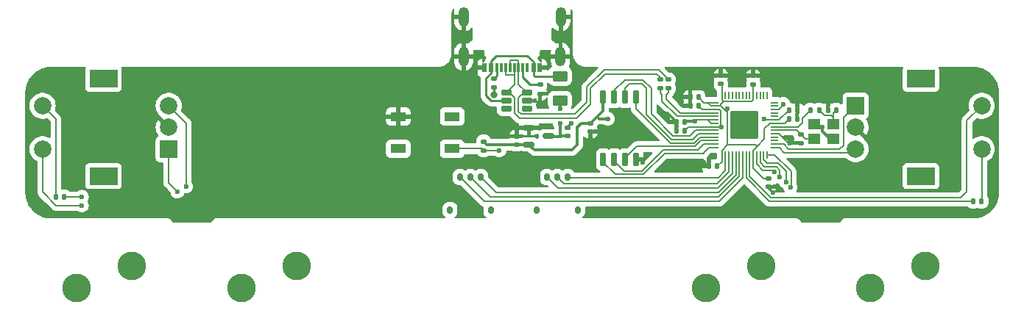
<source format=gtl>
G04 #@! TF.GenerationSoftware,KiCad,Pcbnew,7.0.9*
G04 #@! TF.CreationDate,2023-12-24T11:08:21-08:00*
G04 #@! TF.ProjectId,4k-mania-keypad,346b2d6d-616e-4696-912d-6b6579706164,rev?*
G04 #@! TF.SameCoordinates,PX5ac6868PY7028288*
G04 #@! TF.FileFunction,Copper,L1,Top*
G04 #@! TF.FilePolarity,Positive*
%FSLAX46Y46*%
G04 Gerber Fmt 4.6, Leading zero omitted, Abs format (unit mm)*
G04 Created by KiCad (PCBNEW 7.0.9) date 2023-12-24 11:08:21*
%MOMM*%
%LPD*%
G01*
G04 APERTURE LIST*
G04 Aperture macros list*
%AMRoundRect*
0 Rectangle with rounded corners*
0 $1 Rounding radius*
0 $2 $3 $4 $5 $6 $7 $8 $9 X,Y pos of 4 corners*
0 Add a 4 corners polygon primitive as box body*
4,1,4,$2,$3,$4,$5,$6,$7,$8,$9,$2,$3,0*
0 Add four circle primitives for the rounded corners*
1,1,$1+$1,$2,$3*
1,1,$1+$1,$4,$5*
1,1,$1+$1,$6,$7*
1,1,$1+$1,$8,$9*
0 Add four rect primitives between the rounded corners*
20,1,$1+$1,$2,$3,$4,$5,0*
20,1,$1+$1,$4,$5,$6,$7,0*
20,1,$1+$1,$6,$7,$8,$9,0*
20,1,$1+$1,$8,$9,$2,$3,0*%
G04 Aperture macros list end*
G04 #@! TA.AperFunction,SMDPad,CuDef*
%ADD10RoundRect,0.135000X-0.185000X0.135000X-0.185000X-0.135000X0.185000X-0.135000X0.185000X0.135000X0*%
G04 #@! TD*
G04 #@! TA.AperFunction,SMDPad,CuDef*
%ADD11RoundRect,0.150000X-0.150000X-0.275000X0.150000X-0.275000X0.150000X0.275000X-0.150000X0.275000X0*%
G04 #@! TD*
G04 #@! TA.AperFunction,SMDPad,CuDef*
%ADD12RoundRect,0.175000X-0.175000X-0.225000X0.175000X-0.225000X0.175000X0.225000X-0.175000X0.225000X0*%
G04 #@! TD*
G04 #@! TA.AperFunction,SMDPad,CuDef*
%ADD13RoundRect,0.135000X0.185000X-0.135000X0.185000X0.135000X-0.185000X0.135000X-0.185000X-0.135000X0*%
G04 #@! TD*
G04 #@! TA.AperFunction,SMDPad,CuDef*
%ADD14RoundRect,0.140000X0.170000X-0.140000X0.170000X0.140000X-0.170000X0.140000X-0.170000X-0.140000X0*%
G04 #@! TD*
G04 #@! TA.AperFunction,SMDPad,CuDef*
%ADD15RoundRect,0.140000X0.140000X0.170000X-0.140000X0.170000X-0.140000X-0.170000X0.140000X-0.170000X0*%
G04 #@! TD*
G04 #@! TA.AperFunction,ComponentPad*
%ADD16R,2.000000X2.000000*%
G04 #@! TD*
G04 #@! TA.AperFunction,ComponentPad*
%ADD17C,2.000000*%
G04 #@! TD*
G04 #@! TA.AperFunction,ComponentPad*
%ADD18R,3.200000X2.000000*%
G04 #@! TD*
G04 #@! TA.AperFunction,SMDPad,CuDef*
%ADD19RoundRect,0.140000X-0.170000X0.140000X-0.170000X-0.140000X0.170000X-0.140000X0.170000X0.140000X0*%
G04 #@! TD*
G04 #@! TA.AperFunction,SMDPad,CuDef*
%ADD20RoundRect,0.140000X-0.140000X-0.170000X0.140000X-0.170000X0.140000X0.170000X-0.140000X0.170000X0*%
G04 #@! TD*
G04 #@! TA.AperFunction,SMDPad,CuDef*
%ADD21RoundRect,0.050000X0.050000X-0.387500X0.050000X0.387500X-0.050000X0.387500X-0.050000X-0.387500X0*%
G04 #@! TD*
G04 #@! TA.AperFunction,SMDPad,CuDef*
%ADD22RoundRect,0.050000X0.387500X-0.050000X0.387500X0.050000X-0.387500X0.050000X-0.387500X-0.050000X0*%
G04 #@! TD*
G04 #@! TA.AperFunction,ComponentPad*
%ADD23C,0.600000*%
G04 #@! TD*
G04 #@! TA.AperFunction,SMDPad,CuDef*
%ADD24RoundRect,0.144000X1.456000X-1.456000X1.456000X1.456000X-1.456000X1.456000X-1.456000X-1.456000X0*%
G04 #@! TD*
G04 #@! TA.AperFunction,SMDPad,CuDef*
%ADD25RoundRect,0.150000X0.475000X0.150000X-0.475000X0.150000X-0.475000X-0.150000X0.475000X-0.150000X0*%
G04 #@! TD*
G04 #@! TA.AperFunction,SMDPad,CuDef*
%ADD26RoundRect,0.147500X0.147500X0.172500X-0.147500X0.172500X-0.147500X-0.172500X0.147500X-0.172500X0*%
G04 #@! TD*
G04 #@! TA.AperFunction,SMDPad,CuDef*
%ADD27RoundRect,0.150000X0.150000X-0.650000X0.150000X0.650000X-0.150000X0.650000X-0.150000X-0.650000X0*%
G04 #@! TD*
G04 #@! TA.AperFunction,SMDPad,CuDef*
%ADD28R,1.800000X1.100000*%
G04 #@! TD*
G04 #@! TA.AperFunction,SMDPad,CuDef*
%ADD29RoundRect,0.150000X-0.512500X-0.150000X0.512500X-0.150000X0.512500X0.150000X-0.512500X0.150000X0*%
G04 #@! TD*
G04 #@! TA.AperFunction,SMDPad,CuDef*
%ADD30R,0.540000X1.100000*%
G04 #@! TD*
G04 #@! TA.AperFunction,SMDPad,CuDef*
%ADD31R,0.300000X1.100000*%
G04 #@! TD*
G04 #@! TA.AperFunction,ComponentPad*
%ADD32O,1.200000X2.250000*%
G04 #@! TD*
G04 #@! TA.AperFunction,SMDPad,CuDef*
%ADD33RoundRect,0.135000X0.135000X0.185000X-0.135000X0.185000X-0.135000X-0.185000X0.135000X-0.185000X0*%
G04 #@! TD*
G04 #@! TA.AperFunction,SMDPad,CuDef*
%ADD34RoundRect,0.147500X-0.147500X-0.172500X0.147500X-0.172500X0.147500X0.172500X-0.147500X0.172500X0*%
G04 #@! TD*
G04 #@! TA.AperFunction,SMDPad,CuDef*
%ADD35RoundRect,0.250000X-0.625000X0.375000X-0.625000X-0.375000X0.625000X-0.375000X0.625000X0.375000X0*%
G04 #@! TD*
G04 #@! TA.AperFunction,SMDPad,CuDef*
%ADD36R,1.400000X1.200000*%
G04 #@! TD*
G04 #@! TA.AperFunction,ComponentPad*
%ADD37C,3.300000*%
G04 #@! TD*
G04 #@! TA.AperFunction,ViaPad*
%ADD38C,0.600000*%
G04 #@! TD*
G04 #@! TA.AperFunction,ViaPad*
%ADD39C,0.800000*%
G04 #@! TD*
G04 #@! TA.AperFunction,Conductor*
%ADD40C,0.300000*%
G04 #@! TD*
G04 #@! TA.AperFunction,Conductor*
%ADD41C,0.200000*%
G04 #@! TD*
G04 #@! TA.AperFunction,Conductor*
%ADD42C,0.250000*%
G04 #@! TD*
G04 APERTURE END LIST*
D10*
X72825000Y36115000D03*
X72825000Y35095000D03*
D11*
X59815000Y24880000D03*
X61015000Y24880000D03*
X62215000Y24880000D03*
D12*
X58665000Y21105000D03*
X63365000Y21105000D03*
D13*
X59015000Y34495000D03*
X59015000Y35515000D03*
D14*
X83539949Y35592638D03*
X83539949Y36552638D03*
X79815000Y35605000D03*
X79815000Y36565000D03*
D15*
X77245000Y34105000D03*
X76285000Y34105000D03*
D16*
X16315000Y28105000D03*
D17*
X16315000Y33105000D03*
X16315000Y30605000D03*
D18*
X8815000Y25005000D03*
X8815000Y36205000D03*
D17*
X1815000Y33105000D03*
X1815000Y28105000D03*
D19*
X85318016Y24717345D03*
X85318016Y23757345D03*
D16*
X95315000Y33105000D03*
D17*
X95315000Y28105000D03*
X95315000Y30605000D03*
D18*
X102815000Y36205000D03*
X102815000Y25005000D03*
D17*
X109815000Y28105000D03*
X109815000Y33105000D03*
D14*
X56315000Y28625000D03*
X56315000Y29585000D03*
X89009884Y28817420D03*
X89009884Y29777420D03*
D20*
X87635000Y32605000D03*
X88595000Y32605000D03*
D21*
X79940000Y27442500D03*
X80340000Y27442500D03*
X80740000Y27442500D03*
X81140000Y27442500D03*
X81540000Y27442500D03*
X81940000Y27442500D03*
X82340000Y27442500D03*
X82740000Y27442500D03*
X83140000Y27442500D03*
X83540000Y27442500D03*
X83940000Y27442500D03*
X84340000Y27442500D03*
X84740000Y27442500D03*
X85140000Y27442500D03*
D22*
X85977500Y28280000D03*
X85977500Y28680000D03*
X85977500Y29080000D03*
X85977500Y29480000D03*
X85977500Y29880000D03*
X85977500Y30280000D03*
X85977500Y30680000D03*
X85977500Y31080000D03*
X85977500Y31480000D03*
X85977500Y31880000D03*
X85977500Y32280000D03*
X85977500Y32680000D03*
X85977500Y33080000D03*
X85977500Y33480000D03*
D21*
X85140000Y34317500D03*
X84740000Y34317500D03*
X84340000Y34317500D03*
X83940000Y34317500D03*
X83540000Y34317500D03*
X83140000Y34317500D03*
X82740000Y34317500D03*
X82340000Y34317500D03*
X81940000Y34317500D03*
X81540000Y34317500D03*
X81140000Y34317500D03*
X80740000Y34317500D03*
X80340000Y34317500D03*
X79940000Y34317500D03*
D22*
X79102500Y33480000D03*
X79102500Y33080000D03*
X79102500Y32680000D03*
X79102500Y32280000D03*
X79102500Y31880000D03*
X79102500Y31480000D03*
X79102500Y31080000D03*
X79102500Y30680000D03*
X79102500Y30280000D03*
X79102500Y29880000D03*
X79102500Y29480000D03*
X79102500Y29080000D03*
X79102500Y28680000D03*
X79102500Y28280000D03*
D23*
X81265000Y29605000D03*
X82540000Y29605000D03*
X83815000Y29605000D03*
X81265000Y30880000D03*
X82540000Y30880000D03*
D24*
X82540000Y30880000D03*
D23*
X83815000Y30880000D03*
X81265000Y32155000D03*
X82540000Y32155000D03*
X83815000Y32155000D03*
D14*
X62182214Y29592557D03*
X62182214Y30552557D03*
D25*
X57502048Y32731164D03*
X57502048Y33681164D03*
X57502048Y34631164D03*
X55152048Y34631164D03*
X55152048Y33681164D03*
X55152048Y32731164D03*
D15*
X75666995Y31249232D03*
X74706995Y31249232D03*
D26*
X4300000Y22605000D03*
X3330000Y22605000D03*
D27*
X66265000Y26905000D03*
X67535000Y26905000D03*
X68805000Y26905000D03*
X70075000Y26905000D03*
X70075000Y34105000D03*
X68805000Y34105000D03*
X67535000Y34105000D03*
X66265000Y34105000D03*
D28*
X48915000Y28155000D03*
X42715000Y31855000D03*
X48915000Y31855000D03*
X42715000Y28155000D03*
D29*
X57740000Y30555000D03*
X57740000Y28655000D03*
X60015000Y29605000D03*
D20*
X92135000Y32605000D03*
X93095000Y32605000D03*
D30*
X59005000Y37465000D03*
X58255000Y37465000D03*
D31*
X57055000Y37465000D03*
X56055000Y37465000D03*
X55555000Y37465000D03*
X54555000Y37465000D03*
D30*
X53355000Y37465000D03*
X52605000Y37465000D03*
X52605000Y37465000D03*
X53355000Y37465000D03*
D31*
X54055000Y37465000D03*
X55055000Y37465000D03*
X56555000Y37465000D03*
X57555000Y37465000D03*
D30*
X58255000Y37465000D03*
X59005000Y37465000D03*
D32*
X61400000Y43345000D03*
X61380000Y38745000D03*
X50250000Y43345000D03*
X50230000Y38745000D03*
D19*
X64815000Y31085000D03*
X64815000Y30125000D03*
D33*
X91125000Y32605000D03*
X90105000Y32605000D03*
D34*
X108830000Y22105000D03*
X109800000Y22105000D03*
D15*
X77245000Y33105000D03*
X76285000Y33105000D03*
X79406623Y26146343D03*
X78446623Y26146343D03*
D35*
X61315000Y36505000D03*
X61315000Y33705000D03*
D20*
X87655000Y31605000D03*
X88615000Y31605000D03*
D36*
X92715000Y30955000D03*
X90515000Y30955000D03*
X90515000Y29255000D03*
X92715000Y29255000D03*
D11*
X49815000Y24880000D03*
X51015000Y24880000D03*
X52215000Y24880000D03*
D12*
X48665000Y21105000D03*
X53365000Y21105000D03*
D10*
X52538082Y28992019D03*
X52538082Y27972019D03*
D15*
X75666995Y30249232D03*
X74706995Y30249232D03*
D10*
X53715000Y36215000D03*
X53715000Y35195000D03*
X73815000Y36115000D03*
X73815000Y35095000D03*
D37*
X78085000Y12145000D03*
X84435000Y14685000D03*
X97005000Y12145000D03*
X103355000Y14685000D03*
X24715000Y12065000D03*
X31065000Y14605000D03*
X5715000Y12065000D03*
X12065000Y14605000D03*
D38*
X61315000Y31081683D03*
X61315000Y32730664D03*
X73315000Y32254500D03*
X62629798Y31081683D03*
X87751064Y28816758D03*
X85815000Y23105000D03*
D39*
X53715000Y34405664D03*
D38*
X77815000Y26605000D03*
X91515498Y30605000D03*
X70815000Y26605000D03*
X76815000Y31280500D03*
X66815000Y31605000D03*
X80576124Y32731164D03*
X84815000Y31605000D03*
X79921307Y30670478D03*
X6315000Y22605000D03*
X87302919Y24318485D03*
X6315000Y21605000D03*
X87815000Y23704500D03*
X54345053Y27975500D03*
X87015000Y33305000D03*
X17315000Y23204500D03*
X86613495Y24903500D03*
X18315000Y23804000D03*
X85950844Y25503000D03*
D40*
X61415000Y29585000D02*
X60035000Y29585000D01*
X61315000Y31081683D02*
X61315000Y29685000D01*
X61422557Y29592557D02*
X61415000Y29585000D01*
X60035000Y29585000D02*
X60015000Y29605000D01*
X61315000Y33705000D02*
X61315000Y32730664D01*
X62182214Y29592557D02*
X61422557Y29592557D01*
X78273657Y26146343D02*
X77815000Y26605000D01*
X85318016Y23757345D02*
X85318016Y23601984D01*
X91515498Y30154502D02*
X92415000Y29255000D01*
D41*
X85977500Y29880000D02*
X86509975Y29880000D01*
D40*
X85318016Y23601984D02*
X85815000Y23105000D01*
X90615000Y30955000D02*
X90515000Y30955000D01*
X88615000Y31605000D02*
X88615000Y32585000D01*
X70075000Y26905000D02*
X70515000Y26905000D01*
X90965000Y30605000D02*
X90615000Y30955000D01*
X91515498Y30605000D02*
X90965000Y30605000D01*
X73315000Y32254500D02*
X73701727Y32254500D01*
X89009884Y28817420D02*
X87751726Y28817420D01*
X62182214Y30634099D02*
X62629798Y31081683D01*
X78446623Y26146343D02*
X78273657Y26146343D01*
X91515498Y30605000D02*
X91515498Y30154502D01*
X74706995Y30249232D02*
X74706995Y31249232D01*
X76285000Y33105000D02*
X76285000Y34105000D01*
X87751726Y28817420D02*
X87751064Y28816758D01*
X92315000Y29255000D02*
X92715000Y29255000D01*
D42*
X53715000Y35195000D02*
X53715000Y34405664D01*
D40*
X70515000Y26905000D02*
X70815000Y26605000D01*
X92415000Y29255000D02*
X92715000Y29255000D01*
D41*
X86509975Y29880000D02*
X87573217Y28816758D01*
D40*
X62182214Y30552557D02*
X62182214Y30634099D01*
X88615000Y32585000D02*
X88595000Y32605000D01*
D41*
X87573217Y28816758D02*
X87751064Y28816758D01*
D40*
X73701727Y32254500D02*
X74706995Y31249232D01*
D41*
X83540000Y27974975D02*
X83540000Y27442500D01*
X77870000Y33480000D02*
X77245000Y34105000D01*
X79940000Y34317500D02*
X79940000Y35480000D01*
X80570025Y28605000D02*
X83815000Y28605000D01*
X83540000Y25880000D02*
X84702655Y24717345D01*
D40*
X63315000Y30605000D02*
X63795000Y31085000D01*
D41*
X79800661Y33080000D02*
X78936815Y33080000D01*
X85977500Y31080000D02*
X85445025Y31080000D01*
X83540000Y33785025D02*
X83334975Y33580000D01*
D40*
X58400000Y27995000D02*
X62705000Y27995000D01*
D41*
X79102500Y31080000D02*
X78715000Y31080000D01*
D40*
X65575000Y31845000D02*
X66265000Y32535000D01*
D41*
X84702655Y24717345D02*
X85318016Y24717345D01*
D40*
X76815000Y31280500D02*
X75698263Y31280500D01*
D41*
X79940000Y35480000D02*
X79815000Y35605000D01*
X79102500Y31480000D02*
X78315000Y31480000D01*
X79940000Y27442500D02*
X79940000Y26679720D01*
X79102500Y33080000D02*
X78665000Y33080000D01*
X78315000Y31480000D02*
X77014500Y31480000D01*
X84815000Y30449975D02*
X84815000Y29249974D01*
D40*
X65815000Y31605000D02*
X66815000Y31605000D01*
D41*
X79940000Y26679720D02*
X79406623Y26146343D01*
X80570025Y32725065D02*
X80570025Y32310636D01*
D40*
X62705000Y27995000D02*
X63315000Y28605000D01*
D41*
X83539949Y34900051D02*
X83540000Y34900000D01*
X79940000Y33785025D02*
X79940000Y34317500D01*
X80570025Y28605000D02*
X80570025Y32310636D01*
X84815000Y29249974D02*
X83992513Y28427487D01*
D40*
X57740000Y28655000D02*
X56345000Y28655000D01*
X63315000Y28605000D02*
X63315000Y30605000D01*
X75698263Y31280500D02*
X75666995Y31249232D01*
D41*
X78715000Y31080000D02*
X78315000Y31480000D01*
X80576124Y32731164D02*
X80570025Y32725065D01*
D40*
X63795000Y31085000D02*
X64815000Y31085000D01*
D41*
X79800661Y33235636D02*
X80145025Y33580000D01*
X83539949Y35592638D02*
X83539949Y34900051D01*
D40*
X65575000Y31845000D02*
X65815000Y31605000D01*
D41*
X83540000Y34900000D02*
X83540000Y34317500D01*
X83540000Y34317500D02*
X83540000Y33785025D01*
X77014500Y31480000D02*
X76815000Y31280500D01*
X83992513Y28427487D02*
X83540000Y27974975D01*
X87130000Y31080000D02*
X87655000Y31605000D01*
X79940000Y27442500D02*
X79940000Y27974975D01*
X80145025Y33580000D02*
X79940000Y33785025D01*
X85445025Y31080000D02*
X84815000Y30449975D01*
D40*
X66265000Y32535000D02*
X66265000Y34105000D01*
X64815000Y31085000D02*
X65575000Y31845000D01*
D41*
X83815000Y28605000D02*
X83992513Y28427487D01*
X80570025Y32310636D02*
X79800661Y33080000D01*
X79800661Y33080000D02*
X79800661Y33235636D01*
D40*
X57740000Y28655000D02*
X58400000Y27995000D01*
X56315000Y28625000D02*
X52905101Y28625000D01*
D41*
X78665000Y33080000D02*
X78265000Y33480000D01*
X85977500Y31080000D02*
X87130000Y31080000D01*
X79102500Y33480000D02*
X78265000Y33480000D01*
X79940000Y27974975D02*
X80570025Y28605000D01*
D40*
X52905101Y28625000D02*
X52538082Y28992019D01*
D41*
X78265000Y33480000D02*
X77870000Y33480000D01*
X83334975Y33580000D02*
X80145025Y33580000D01*
D40*
X56345000Y28655000D02*
X56315000Y28625000D01*
D41*
X83540000Y27105000D02*
X83540000Y25880000D01*
X89532304Y29255000D02*
X89009884Y29777420D01*
X90515000Y29255000D02*
X89532304Y29255000D01*
X85977500Y30280000D02*
X88507304Y30280000D01*
X89009884Y29777420D02*
X88507304Y30280000D01*
X92715000Y30955000D02*
X92715000Y32225000D01*
X92715000Y30955000D02*
X92715000Y31755000D01*
X92715000Y32225000D02*
X93095000Y32605000D01*
X92475000Y31995000D02*
X91735000Y31995000D01*
X91735000Y31995000D02*
X91125000Y32605000D01*
X92715000Y31755000D02*
X92475000Y31995000D01*
X79634975Y32680000D02*
X79840000Y32474975D01*
X79634975Y30680000D02*
X79102500Y30680000D01*
X76097763Y30680000D02*
X79102500Y30680000D01*
X87635000Y32605000D02*
X87634975Y32605000D01*
X75666995Y30249232D02*
X76097763Y30680000D01*
X79840000Y32474975D02*
X79840000Y30885025D01*
X79840000Y30885025D02*
X79634975Y30680000D01*
X86509975Y31480000D02*
X85977500Y31480000D01*
X77670000Y32680000D02*
X79102500Y32680000D01*
X77245000Y33105000D02*
X77670000Y32680000D01*
X87634975Y32605000D02*
X86509975Y31480000D01*
X79634975Y30680000D02*
X79911785Y30680000D01*
X84815000Y31605000D02*
X84940000Y31480000D01*
X79102500Y32680000D02*
X79634975Y32680000D01*
X79911785Y30680000D02*
X79921307Y30670478D01*
X84940000Y31480000D02*
X85815000Y31480000D01*
X4300000Y22605000D02*
X6315000Y22605000D01*
X85315000Y26505000D02*
X85145025Y26505000D01*
X87302919Y24318485D02*
X87302919Y25565139D01*
X84740000Y26910025D02*
X84740000Y27605000D01*
X87302919Y25565139D02*
X86363058Y26505000D01*
X86363058Y26505000D02*
X85315000Y26505000D01*
X85145025Y26505000D02*
X84740000Y26910025D01*
X3315000Y22620000D02*
X3330000Y22605000D01*
X1815000Y33105000D02*
X3315000Y31605000D01*
X3315000Y31605000D02*
X3315000Y31305000D01*
X3315000Y31305000D02*
X3315000Y22620000D01*
X1815000Y23167139D02*
X3377139Y21605000D01*
X85140000Y27442500D02*
X85991244Y27442500D01*
X87902919Y23792419D02*
X87815000Y23704500D01*
X87902919Y25530825D02*
X87902919Y23792419D01*
X3377139Y21605000D02*
X6315000Y21605000D01*
X1815000Y28105000D02*
X1815000Y23167139D01*
X85991244Y27442500D02*
X87902919Y25530825D01*
X109815000Y22120000D02*
X109815000Y28105000D01*
X109800000Y22105000D02*
X109815000Y22120000D01*
D42*
X53355000Y36825538D02*
X52815000Y36285538D01*
X58415000Y36505000D02*
X61315000Y36505000D01*
X52815000Y34280359D02*
X53414195Y33681164D01*
X58255000Y38165000D02*
X58255000Y37465000D01*
X53355000Y37465000D02*
X53355000Y38265000D01*
X53355000Y38265000D02*
X53940223Y38850223D01*
X58255000Y36665000D02*
X58415000Y36505000D01*
X52815000Y36285538D02*
X52815000Y34280359D01*
X53355000Y37465000D02*
X53355000Y36825538D01*
X58255000Y37465000D02*
X58255000Y36665000D01*
X53940223Y38850223D02*
X57569777Y38850223D01*
X53414195Y33681164D02*
X55152048Y33681164D01*
X57569777Y38850223D02*
X58255000Y38165000D01*
X59015000Y35515000D02*
X57905000Y35515000D01*
X57055000Y36365000D02*
X57055000Y37465000D01*
X57905000Y35515000D02*
X57055000Y36365000D01*
D41*
X55152048Y34631164D02*
X56102048Y35581164D01*
X56105000Y35584116D02*
X56105000Y36805000D01*
X55463444Y34631164D02*
X56102047Y33992561D01*
X55152048Y34631164D02*
X55463444Y34631164D01*
X64815000Y35105000D02*
X66484500Y36774500D01*
X64815000Y33286800D02*
X64815000Y35105000D01*
X56102047Y32233399D02*
X56654264Y31681183D01*
X72442736Y36774500D02*
X72825000Y36392236D01*
X56105000Y36805000D02*
X56105000Y37505000D01*
X56102047Y33992561D02*
X56102047Y32233399D01*
X55055000Y36665000D02*
X55105000Y36615000D01*
X63209383Y31681183D02*
X64815000Y33286800D01*
X56654264Y31681183D02*
X63209383Y31681183D01*
X72825000Y36392236D02*
X72825000Y36115000D01*
X55055000Y37465000D02*
X55055000Y36665000D01*
X55105000Y36615000D02*
X56005000Y36615000D01*
X66484500Y36774500D02*
X72442736Y36774500D01*
X56102048Y35581164D02*
X56105000Y35584116D01*
X56005000Y36615000D02*
X56105000Y36715000D01*
X56105000Y36715000D02*
X56105000Y36805000D01*
X57190652Y34631164D02*
X56552049Y33992561D01*
X55555000Y37465000D02*
X55555000Y38265000D01*
X55555000Y38265000D02*
X55605000Y38315000D01*
X64415000Y33523200D02*
X64415000Y35270686D01*
X57502048Y34631164D02*
X56552048Y35581164D01*
X56505000Y38315000D02*
X56555000Y38265000D01*
X56552048Y36542048D02*
X56555000Y36545000D01*
X63022964Y32131164D02*
X64415000Y33523200D01*
X56840652Y32131164D02*
X63022964Y32131164D01*
X55605000Y38315000D02*
X56505000Y38315000D01*
X56555000Y36545000D02*
X56555000Y37465000D01*
X72651500Y37278500D02*
X73815000Y36115000D01*
X57502048Y34631164D02*
X57190652Y34631164D01*
X66422815Y37278500D02*
X72651500Y37278500D01*
X64415000Y35270686D02*
X66422815Y37278500D01*
X56555000Y38265000D02*
X56555000Y37465000D01*
X56552048Y35581164D02*
X56552048Y36542048D01*
X56552049Y32419767D02*
X56840652Y32131164D01*
X56552049Y33992561D02*
X56552049Y32419767D01*
D42*
X53715000Y36215000D02*
X54055000Y36555000D01*
X54055000Y36555000D02*
X54055000Y37465000D01*
D41*
X82340000Y24801570D02*
X79643430Y22105000D01*
X82340000Y27442500D02*
X82340000Y24801570D01*
X52590000Y22105000D02*
X49815000Y24880000D01*
X79643430Y22105000D02*
X52590000Y22105000D01*
X53290000Y22605000D02*
X51015000Y24880000D01*
X79577744Y22605000D02*
X53290000Y22605000D01*
X81940000Y24967256D02*
X79577744Y22605000D01*
X81940000Y27442500D02*
X81940000Y24967256D01*
X53990000Y23105000D02*
X52215000Y24880000D01*
X81540000Y25132942D02*
X79512058Y23105000D01*
X81540000Y27442500D02*
X81540000Y25132942D01*
X79512058Y23105000D02*
X53990000Y23105000D01*
X81140000Y27442500D02*
X81140000Y25298628D01*
X61090000Y23605000D02*
X59815000Y24880000D01*
X79446372Y23605000D02*
X61090000Y23605000D01*
X81140000Y25298628D02*
X79446372Y23605000D01*
X61790000Y24105000D02*
X61015000Y24880000D01*
X80740000Y25464314D02*
X79380686Y24105000D01*
X79380686Y24105000D02*
X61790000Y24105000D01*
X80740000Y27442500D02*
X80740000Y25464314D01*
X80340000Y27442500D02*
X80340000Y25630000D01*
X79515000Y24805000D02*
X62290000Y24805000D01*
X80340000Y25630000D02*
X79515000Y24805000D01*
X62290000Y24805000D02*
X62215000Y24880000D01*
X85977500Y30680000D02*
X88672990Y30680000D01*
X89195000Y31185000D02*
X89195000Y31695000D01*
X88690000Y30680000D02*
X89195000Y31185000D01*
X89195000Y31695000D02*
X90105000Y32605000D01*
X86509975Y32680000D02*
X87015000Y33185025D01*
X52541563Y27975500D02*
X52538082Y27972019D01*
X85977500Y32680000D02*
X86509975Y32680000D01*
X54345053Y27975500D02*
X52541563Y27975500D01*
X52538082Y27972019D02*
X52355101Y28155000D01*
X87015000Y33185025D02*
X87015000Y33305000D01*
X52355101Y28155000D02*
X48915000Y28155000D01*
X93915000Y31705000D02*
X95315000Y33105000D01*
X93915000Y28555000D02*
X93915000Y31705000D01*
X87615000Y28105000D02*
X93465000Y28105000D01*
X93465000Y28105000D02*
X93915000Y28555000D01*
X87040000Y28680000D02*
X87615000Y28105000D01*
X85977500Y28680000D02*
X87040000Y28680000D01*
X87115000Y27705000D02*
X94915000Y27705000D01*
X86540000Y28280000D02*
X87115000Y27705000D01*
X85977500Y28280000D02*
X86540000Y28280000D01*
X94915000Y27705000D02*
X95315000Y28105000D01*
X82740000Y27442500D02*
X82740000Y24765785D01*
X82740000Y24765785D02*
X85400786Y22105000D01*
X108830000Y22105000D02*
X85400786Y22105000D01*
X86197373Y26105000D02*
X84815000Y26105000D01*
X16315000Y24204500D02*
X16315000Y28105000D01*
X84340000Y26580000D02*
X84340000Y27105000D01*
X86613495Y24903500D02*
X86613495Y25688878D01*
X86613495Y25688878D02*
X86197373Y26105000D01*
X17315000Y23204500D02*
X16315000Y24204500D01*
X84815000Y26105000D02*
X84340000Y26580000D01*
X18315000Y31105000D02*
X16315000Y33105000D01*
X83940000Y26369686D02*
X83940000Y27105000D01*
X18315000Y23804000D02*
X18315000Y31105000D01*
X84644686Y25665000D02*
X83940000Y26369686D01*
X85950844Y25503000D02*
X85788844Y25665000D01*
X85788844Y25665000D02*
X84644686Y25665000D01*
X83140000Y24931471D02*
X83140000Y27442500D01*
X108115000Y23205000D02*
X107415000Y22505000D01*
X85566471Y22505000D02*
X83140000Y24931471D01*
X107415000Y22505000D02*
X85566471Y22505000D01*
X109815000Y33105000D02*
X108115000Y31405000D01*
X108115000Y31405000D02*
X108115000Y23205000D01*
X68765000Y36105000D02*
X67535000Y34875000D01*
X67535000Y34875000D02*
X67535000Y34105000D01*
X71797843Y35137843D02*
X71797843Y32137843D01*
X74330686Y29605000D02*
X76265000Y29605000D01*
X76940000Y30280000D02*
X79102500Y30280000D01*
X68765000Y36105000D02*
X70830686Y36105000D01*
X70830686Y36105000D02*
X71797843Y35137843D01*
X76265000Y29605000D02*
X76940000Y30280000D01*
X71797843Y32137843D02*
X74330686Y29605000D01*
X77221061Y29880000D02*
X79102500Y29880000D01*
X71265000Y35105000D02*
X71265000Y32105000D01*
X68765000Y35105000D02*
X69265000Y35605000D01*
X69265000Y35605000D02*
X70765000Y35605000D01*
X74165001Y29205000D02*
X76546061Y29205000D01*
X68765000Y34311396D02*
X68765000Y35105000D01*
X71265000Y32105000D02*
X74165001Y29205000D01*
X68805000Y34105000D02*
X68805000Y34271396D01*
X76546061Y29205000D02*
X77221061Y29880000D01*
X70765000Y35605000D02*
X71265000Y35105000D01*
X68805000Y34271396D02*
X68765000Y34311396D01*
X77386747Y29480000D02*
X77138373Y29231626D01*
X76711746Y28805000D02*
X77138374Y29231627D01*
X73324314Y29480000D02*
X73999316Y28805000D01*
X70075000Y32729314D02*
X70075000Y34105000D01*
X73324314Y29480000D02*
X70075000Y32729314D01*
X73999316Y28805000D02*
X76711746Y28805000D01*
X79102500Y29480000D02*
X77386747Y29480000D01*
X68805000Y27071396D02*
X70138604Y28405000D01*
X77552433Y29080000D02*
X79102500Y29080000D01*
X68805000Y26905000D02*
X68805000Y27071396D01*
X70138604Y28405000D02*
X76877433Y28405000D01*
X76877433Y28405000D02*
X77552433Y29080000D01*
X73165000Y28005000D02*
X77165000Y28005000D01*
X77840000Y28680000D02*
X79102500Y28680000D01*
X77165000Y28005000D02*
X77840000Y28680000D01*
X67535000Y26738604D02*
X68668604Y25605000D01*
X70765000Y25605000D02*
X73165000Y28005000D01*
X68668604Y25605000D02*
X70765000Y25605000D01*
X67535000Y26905000D02*
X67535000Y26738604D01*
X66265000Y26605000D02*
X66265000Y26905000D01*
X73330686Y27605000D02*
X77815000Y27605000D01*
X77765000Y27605000D02*
X78265000Y28105000D01*
X70930686Y25205000D02*
X73330686Y27605000D01*
X79102500Y28280000D02*
X78440000Y28280000D01*
X67665000Y25205000D02*
X66265000Y26605000D01*
X67665000Y25205000D02*
X70930686Y25205000D01*
X78440000Y28280000D02*
X78265000Y28105000D01*
X73065000Y34355000D02*
X73065000Y33605000D01*
X72825000Y35095000D02*
X72815000Y35085000D01*
X73065000Y33605000D02*
X74790000Y31880000D01*
X72815000Y35085000D02*
X72815000Y34605000D01*
X72815000Y34605000D02*
X73065000Y34355000D01*
X74790000Y31880000D02*
X79102500Y31880000D01*
X75140000Y32280000D02*
X73565000Y33855000D01*
X73815000Y34605000D02*
X73815000Y35095000D01*
X73565000Y34355000D02*
X73815000Y34605000D01*
X73565000Y33855000D02*
X73565000Y34355000D01*
X79102500Y32280000D02*
X75140000Y32280000D01*
G04 #@! TA.AperFunction,Conductor*
G36*
X49121634Y44261429D02*
G01*
X49169245Y44210292D01*
X49181651Y44141532D01*
X49180120Y44131321D01*
X49150000Y43975039D01*
X49150000Y43595000D01*
X49950000Y43595000D01*
X49950000Y43095000D01*
X49150000Y43095000D01*
X49150000Y42767602D01*
X49164965Y42610878D01*
X49164966Y42610874D01*
X49224149Y42409314D01*
X49320413Y42222586D01*
X49450268Y42057463D01*
X49450271Y42057460D01*
X49609030Y41919895D01*
X49609041Y41919886D01*
X49790960Y41814856D01*
X49790967Y41814853D01*
X49989487Y41746144D01*
X50000000Y41744633D01*
X50000000Y42653890D01*
X50024457Y42614390D01*
X50113962Y42546799D01*
X50221840Y42516105D01*
X50333521Y42526454D01*
X50433922Y42576448D01*
X50500000Y42648931D01*
X50500000Y41748743D01*
X50611409Y41775771D01*
X50802507Y41863041D01*
X50973619Y41984890D01*
X50973625Y41984896D01*
X51045756Y42060544D01*
X51106265Y42095479D01*
X51176055Y42092154D01*
X51232969Y42051626D01*
X51258937Y41986761D01*
X51259499Y41974974D01*
X51259499Y40751806D01*
X51256684Y40725532D01*
X51247784Y40684482D01*
X51236474Y40653280D01*
X51236225Y40652804D01*
X51225759Y40636159D01*
X51207589Y40611790D01*
X51194443Y40596835D01*
X51194158Y40596559D01*
X51167724Y40577023D01*
X51130910Y40556744D01*
X51106356Y40546479D01*
X51054439Y40531074D01*
X50943107Y40462966D01*
X50852952Y40368591D01*
X50833915Y40334011D01*
X50784338Y40284778D01*
X50716014Y40270163D01*
X50684733Y40276636D01*
X50490516Y40343856D01*
X50480000Y40345368D01*
X50480000Y39436111D01*
X50455543Y39475610D01*
X50366038Y39543201D01*
X50258160Y39573895D01*
X50146479Y39563546D01*
X50046078Y39513552D01*
X49980000Y39441070D01*
X49980000Y40341260D01*
X49979999Y40341260D01*
X49868594Y40314232D01*
X49868582Y40314228D01*
X49677497Y40226963D01*
X49677496Y40226962D01*
X49506380Y40105111D01*
X49506374Y40105105D01*
X49361407Y39953068D01*
X49247833Y39776343D01*
X49169755Y39581315D01*
X49130000Y39375038D01*
X49130000Y38995000D01*
X49930000Y38995000D01*
X49930000Y38495000D01*
X49130000Y38495000D01*
X49130000Y38167602D01*
X49144965Y38010878D01*
X49144966Y38010874D01*
X49204149Y37809314D01*
X49300413Y37622586D01*
X49430268Y37457463D01*
X49430271Y37457460D01*
X49589030Y37319895D01*
X49589041Y37319886D01*
X49770960Y37214856D01*
X49770967Y37214853D01*
X49969487Y37146144D01*
X49980000Y37144633D01*
X49980000Y38053890D01*
X50004457Y38014390D01*
X50093962Y37946799D01*
X50201840Y37916105D01*
X50313521Y37926454D01*
X50413922Y37976448D01*
X50480000Y38048931D01*
X50480000Y37148743D01*
X50591409Y37175771D01*
X50782507Y37263041D01*
X50953619Y37384890D01*
X50953625Y37384896D01*
X51098592Y37536933D01*
X51212166Y37713658D01*
X51290244Y37908686D01*
X51330000Y38114963D01*
X51330000Y38495000D01*
X50530000Y38495000D01*
X50530000Y38995000D01*
X51330000Y38995000D01*
X51330000Y39322399D01*
X51319371Y39433713D01*
X51332595Y39502320D01*
X51380810Y39552887D01*
X51442810Y39569500D01*
X52358137Y39569500D01*
X52358140Y39569499D01*
X52400244Y39569499D01*
X52419655Y39567970D01*
X52421916Y39567612D01*
X52422368Y39567540D01*
X52461270Y39559801D01*
X52493381Y39548662D01*
X52497749Y39546437D01*
X52499842Y39545369D01*
X52506131Y39541682D01*
X52528665Y39526626D01*
X52547457Y39511204D01*
X52551202Y39507459D01*
X52566624Y39488667D01*
X52581683Y39466130D01*
X52585373Y39459834D01*
X52588663Y39453379D01*
X52599802Y39421262D01*
X52607543Y39382349D01*
X52607968Y39379668D01*
X52609499Y39360242D01*
X52609499Y39155472D01*
X52609501Y39155455D01*
X52609501Y39104108D01*
X52638737Y38995000D01*
X52643609Y38976816D01*
X52643610Y38976813D01*
X52709498Y38862690D01*
X52709502Y38862685D01*
X52808433Y38763754D01*
X52806624Y38761946D01*
X52840299Y38715828D01*
X52844454Y38646082D01*
X52821597Y38597889D01*
X52812328Y38585938D01*
X52812324Y38585932D01*
X52793815Y38543162D01*
X52791245Y38537916D01*
X52768803Y38497094D01*
X52763822Y38477693D01*
X52757521Y38459290D01*
X52749562Y38440898D01*
X52749559Y38440888D01*
X52746565Y38421986D01*
X52723360Y38367078D01*
X52641204Y38257332D01*
X52641202Y38257329D01*
X52595182Y38133941D01*
X52553311Y38078007D01*
X52487847Y38053590D01*
X52419574Y38068442D01*
X52370168Y38117847D01*
X52355000Y38177274D01*
X52355000Y38515000D01*
X52287155Y38515000D01*
X52227627Y38508599D01*
X52227620Y38508597D01*
X52092913Y38458355D01*
X52092906Y38458351D01*
X51977812Y38372191D01*
X51977809Y38372188D01*
X51891649Y38257094D01*
X51891645Y38257087D01*
X51841403Y38122380D01*
X51841401Y38122373D01*
X51835000Y38062845D01*
X51835000Y37715000D01*
X52355000Y37715000D01*
X52372819Y37732819D01*
X52434142Y37766304D01*
X52503834Y37761320D01*
X52559767Y37719448D01*
X52584184Y37653984D01*
X52584500Y37645138D01*
X52584500Y37339000D01*
X52564815Y37271961D01*
X52512011Y37226206D01*
X52460500Y37215000D01*
X51835000Y37215000D01*
X51835000Y36867156D01*
X51841401Y36807628D01*
X51841403Y36807621D01*
X51891645Y36672914D01*
X51891649Y36672907D01*
X51977809Y36557813D01*
X51977812Y36557810D01*
X52092908Y36471649D01*
X52092906Y36471649D01*
X52108831Y36465710D01*
X52164765Y36423840D01*
X52189184Y36358376D01*
X52189500Y36349527D01*
X52189500Y36344522D01*
X52187973Y36325123D01*
X52184840Y36305344D01*
X52184840Y36305343D01*
X52189225Y36258955D01*
X52189500Y36253117D01*
X52189500Y34363104D01*
X52187775Y34347487D01*
X52188061Y34347460D01*
X52187326Y34339694D01*
X52189500Y34270545D01*
X52189500Y34241016D01*
X52189501Y34240999D01*
X52190368Y34234128D01*
X52190826Y34228309D01*
X52192290Y34181735D01*
X52192291Y34181732D01*
X52197880Y34162492D01*
X52201824Y34143448D01*
X52204336Y34123567D01*
X52216950Y34091706D01*
X52221490Y34080240D01*
X52223382Y34074712D01*
X52236143Y34030789D01*
X52236382Y34029969D01*
X52236646Y34029522D01*
X52246580Y34012725D01*
X52255138Y33995256D01*
X52262514Y33976627D01*
X52289898Y33938936D01*
X52293106Y33934052D01*
X52316827Y33893943D01*
X52316833Y33893935D01*
X52330990Y33879779D01*
X52343627Y33864984D01*
X52355406Y33848772D01*
X52386200Y33823297D01*
X52391309Y33819071D01*
X52395620Y33815149D01*
X52659420Y33551349D01*
X52913389Y33297380D01*
X52923214Y33285116D01*
X52923435Y33285298D01*
X52928405Y33279291D01*
X52928408Y33279288D01*
X52928409Y33279287D01*
X52978846Y33231923D01*
X52999725Y33211044D01*
X53005199Y33206798D01*
X53009637Y33203008D01*
X53043613Y33171102D01*
X53043617Y33171100D01*
X53061168Y33161451D01*
X53077426Y33150772D01*
X53093259Y33138490D01*
X53112792Y33130038D01*
X53136032Y33119981D01*
X53141276Y33117412D01*
X53182103Y33094967D01*
X53201507Y33089985D01*
X53219905Y33083686D01*
X53238300Y33075726D01*
X53284324Y33068438D01*
X53290027Y33067257D01*
X53335176Y33055664D01*
X53355211Y33055664D01*
X53374608Y33054138D01*
X53394391Y33051004D01*
X53440779Y33055389D01*
X53446617Y33055664D01*
X53902548Y33055664D01*
X53969587Y33035979D01*
X54015342Y32983175D01*
X54026548Y32931664D01*
X54026548Y32515468D01*
X54029449Y32478597D01*
X54029450Y32478591D01*
X54075302Y32320771D01*
X54075303Y32320768D01*
X54075304Y32320766D01*
X54107930Y32265598D01*
X54158965Y32179302D01*
X54158971Y32179294D01*
X54275177Y32063088D01*
X54275181Y32063085D01*
X54275183Y32063083D01*
X54416650Y31979420D01*
X54458272Y31967328D01*
X54574474Y31933567D01*
X54574477Y31933567D01*
X54574479Y31933566D01*
X54586770Y31932599D01*
X54611352Y31930664D01*
X54611354Y31930664D01*
X55516279Y31930664D01*
X55583318Y31910979D01*
X55614655Y31882150D01*
X55649597Y31836612D01*
X55673763Y31805119D01*
X55673765Y31805117D01*
X55688955Y31793462D01*
X55702034Y31783425D01*
X55708129Y31778081D01*
X56078369Y31407843D01*
X56198934Y31287278D01*
X56204287Y31281174D01*
X56205572Y31279500D01*
X56225982Y31252901D01*
X56351423Y31156647D01*
X56497502Y31096139D01*
X56514934Y31093844D01*
X56578827Y31065581D01*
X56617300Y31007257D01*
X56618133Y30937393D01*
X56617825Y30936312D01*
X56580399Y30807489D01*
X56580204Y30805002D01*
X56580205Y30805000D01*
X58899795Y30805000D01*
X58899795Y30805002D01*
X58899600Y30807487D01*
X58866306Y30922088D01*
X58866506Y30991958D01*
X58904449Y31050628D01*
X58968087Y31079471D01*
X58985383Y31080683D01*
X60398734Y31080683D01*
X60465773Y31060998D01*
X60511528Y31008194D01*
X60521954Y30970567D01*
X60529630Y30902433D01*
X60529631Y30902429D01*
X60589211Y30732159D01*
X60645493Y30642589D01*
X60664500Y30576616D01*
X60664500Y30529500D01*
X60644815Y30462461D01*
X60592011Y30416706D01*
X60540500Y30405500D01*
X59436804Y30405500D01*
X59399932Y30402599D01*
X59399926Y30402598D01*
X59242106Y30356746D01*
X59242103Y30356745D01*
X59100637Y30273083D01*
X59094469Y30268298D01*
X59093164Y30269981D01*
X59041454Y30241754D01*
X58971763Y30246749D01*
X58924058Y30278753D01*
X58899796Y30305000D01*
X57990000Y30305000D01*
X57990000Y29755000D01*
X58318144Y29755000D01*
X58354989Y29757900D01*
X58354995Y29757901D01*
X58512693Y29803717D01*
X58512696Y29803718D01*
X58660771Y29891288D01*
X58661790Y29889565D01*
X58717026Y29911256D01*
X58785545Y29897582D01*
X58835793Y29849034D01*
X58852000Y29787743D01*
X58852000Y29422896D01*
X58832315Y29355857D01*
X58779511Y29310102D01*
X58710353Y29300158D01*
X58662002Y29320670D01*
X58661080Y29319110D01*
X58555732Y29381412D01*
X58512898Y29406744D01*
X58512897Y29406745D01*
X58512896Y29406745D01*
X58512893Y29406746D01*
X58355073Y29452598D01*
X58355067Y29452599D01*
X58318196Y29455500D01*
X58318194Y29455500D01*
X57161806Y29455500D01*
X57161804Y29455500D01*
X57124932Y29452599D01*
X57124926Y29452598D01*
X56967106Y29406746D01*
X56967105Y29406746D01*
X56875729Y29352707D01*
X56808005Y29335526D01*
X56749490Y29352707D01*
X56741395Y29357494D01*
X56741390Y29357496D01*
X56585997Y29402643D01*
X56585991Y29402644D01*
X56549692Y29405500D01*
X56549690Y29405500D01*
X56080310Y29405500D01*
X56080308Y29405500D01*
X56044008Y29402644D01*
X56044002Y29402643D01*
X55888610Y29357497D01*
X55888605Y29357494D01*
X55879766Y29352268D01*
X55816648Y29335000D01*
X55510495Y29335000D01*
X55503023Y29325048D01*
X55447029Y29283256D01*
X55403862Y29275500D01*
X53434823Y29275500D01*
X53367784Y29295185D01*
X53322029Y29347989D01*
X53315749Y29364897D01*
X53310951Y29381412D01*
X53229217Y29519617D01*
X53229215Y29519619D01*
X53229212Y29519623D01*
X53115685Y29633150D01*
X53115677Y29633156D01*
X52977475Y29714888D01*
X52977470Y29714890D01*
X52823290Y29759684D01*
X52823284Y29759685D01*
X52787265Y29762519D01*
X52787263Y29762519D01*
X52455022Y29762519D01*
X52288901Y29762518D01*
X52252876Y29759684D01*
X52098693Y29714890D01*
X52098688Y29714888D01*
X51960486Y29633156D01*
X51960478Y29633150D01*
X51846951Y29519623D01*
X51846945Y29519615D01*
X51765213Y29381413D01*
X51765211Y29381408D01*
X51720417Y29227228D01*
X51720416Y29227222D01*
X51717582Y29191203D01*
X51717582Y29191200D01*
X51717582Y28996920D01*
X51717583Y28879500D01*
X51697899Y28812461D01*
X51645095Y28766706D01*
X51593583Y28755500D01*
X50416440Y28755500D01*
X50349401Y28775185D01*
X50303646Y28827989D01*
X50300258Y28836167D01*
X50258797Y28947329D01*
X50258793Y28947336D01*
X50172547Y29062545D01*
X50172544Y29062548D01*
X50057335Y29148794D01*
X50057328Y29148798D01*
X49922482Y29199092D01*
X49922483Y29199092D01*
X49862883Y29205499D01*
X49862881Y29205500D01*
X49862873Y29205500D01*
X49862864Y29205500D01*
X47967129Y29205500D01*
X47967123Y29205499D01*
X47907516Y29199092D01*
X47772671Y29148798D01*
X47772664Y29148794D01*
X47657455Y29062548D01*
X47657452Y29062545D01*
X47571206Y28947336D01*
X47571202Y28947329D01*
X47520908Y28812483D01*
X47515987Y28766706D01*
X47514501Y28752877D01*
X47514500Y28752865D01*
X47514500Y27557130D01*
X47514501Y27557124D01*
X47520908Y27497517D01*
X47571202Y27362672D01*
X47571206Y27362665D01*
X47657452Y27247456D01*
X47657455Y27247453D01*
X47772664Y27161207D01*
X47772671Y27161203D01*
X47907517Y27110909D01*
X47907516Y27110909D01*
X47914444Y27110165D01*
X47967127Y27104500D01*
X49862872Y27104501D01*
X49922483Y27110909D01*
X50057331Y27161204D01*
X50172546Y27247454D01*
X50258796Y27362669D01*
X50276519Y27410187D01*
X50300258Y27473833D01*
X50342129Y27529767D01*
X50407593Y27554184D01*
X50416440Y27554500D01*
X51711118Y27554500D01*
X51778157Y27534815D01*
X51817850Y27493621D01*
X51846944Y27444425D01*
X51846951Y27444416D01*
X51960478Y27330889D01*
X51960482Y27330886D01*
X51960484Y27330884D01*
X52098689Y27249150D01*
X52139350Y27237337D01*
X52252873Y27204355D01*
X52252876Y27204355D01*
X52252878Y27204354D01*
X52264885Y27203409D01*
X52288899Y27201519D01*
X52288900Y27201520D01*
X52288901Y27201519D01*
X52621141Y27201520D01*
X52787263Y27201520D01*
X52790097Y27201744D01*
X52823286Y27204354D01*
X52977475Y27249150D01*
X53115680Y27330884D01*
X53115685Y27330889D01*
X53123478Y27338681D01*
X53184801Y27372166D01*
X53211159Y27375000D01*
X53762641Y27375000D01*
X53829680Y27355315D01*
X53839956Y27347945D01*
X53842789Y27345686D01*
X53842791Y27345684D01*
X53995531Y27249711D01*
X54125151Y27204355D01*
X54165798Y27190132D01*
X54165803Y27190131D01*
X54345049Y27169935D01*
X54345053Y27169935D01*
X54345057Y27169935D01*
X54524302Y27190131D01*
X54524305Y27190132D01*
X54524308Y27190132D01*
X54694575Y27249711D01*
X54847315Y27345684D01*
X54974869Y27473238D01*
X55070842Y27625978D01*
X55130421Y27796245D01*
X55130422Y27796250D01*
X55138099Y27864384D01*
X55165166Y27928798D01*
X55222760Y27968353D01*
X55261319Y27974500D01*
X55716039Y27974500D01*
X55779159Y27957233D01*
X55888605Y27892506D01*
X55929587Y27880600D01*
X56044002Y27847358D01*
X56044005Y27847358D01*
X56044007Y27847357D01*
X56056108Y27846405D01*
X56080308Y27844500D01*
X56080310Y27844500D01*
X56549692Y27844500D01*
X56567841Y27845929D01*
X56585993Y27847357D01*
X56585995Y27847358D01*
X56585997Y27847358D01*
X56626975Y27859264D01*
X56741395Y27892506D01*
X56800215Y27927294D01*
X56867939Y27944476D01*
X56926457Y27927294D01*
X56967102Y27903256D01*
X57004103Y27892506D01*
X57124926Y27857403D01*
X57124929Y27857403D01*
X57124931Y27857402D01*
X57127765Y27857179D01*
X57161804Y27854500D01*
X57161806Y27854500D01*
X57569192Y27854500D01*
X57636231Y27834815D01*
X57656873Y27818181D01*
X57879564Y27595490D01*
X57889635Y27582920D01*
X57889822Y27583074D01*
X57894796Y27577063D01*
X57894798Y27577060D01*
X57916025Y27557127D01*
X57947243Y27527810D01*
X57968967Y27506087D01*
X57974757Y27501595D01*
X57979197Y27497803D01*
X58004724Y27473833D01*
X58014607Y27464552D01*
X58014610Y27464550D01*
X58014612Y27464549D01*
X58033207Y27454326D01*
X58049468Y27443644D01*
X58066232Y27430641D01*
X58066236Y27430638D01*
X58107867Y27412623D01*
X58110811Y27411349D01*
X58116050Y27408783D01*
X58158632Y27385373D01*
X58179204Y27380092D01*
X58197594Y27373795D01*
X58217074Y27365365D01*
X58261221Y27358374D01*
X58265048Y27357767D01*
X58270757Y27356585D01*
X58317823Y27344500D01*
X58339045Y27344500D01*
X58358444Y27342974D01*
X58379405Y27339653D01*
X58424104Y27343879D01*
X58427770Y27344225D01*
X58433608Y27344500D01*
X62619495Y27344500D01*
X62635505Y27342733D01*
X62635528Y27342974D01*
X62643289Y27342242D01*
X62643296Y27342240D01*
X62715203Y27344500D01*
X62745925Y27344500D01*
X62753190Y27345419D01*
X62759016Y27345878D01*
X62807569Y27347403D01*
X62827956Y27353327D01*
X62846996Y27357269D01*
X62868058Y27359929D01*
X62913235Y27377817D01*
X62918735Y27379700D01*
X62965398Y27393256D01*
X62983665Y27404061D01*
X63001136Y27412620D01*
X63020871Y27420432D01*
X63060177Y27448990D01*
X63065043Y27452187D01*
X63106865Y27476919D01*
X63121870Y27491925D01*
X63136668Y27504564D01*
X63153837Y27517037D01*
X63184809Y27554478D01*
X63188723Y27558779D01*
X63714513Y28084569D01*
X63727079Y28094635D01*
X63726925Y28094822D01*
X63732937Y28099796D01*
X63732937Y28099797D01*
X63732940Y28099798D01*
X63782190Y28152245D01*
X63803911Y28173965D01*
X63808401Y28179755D01*
X63812183Y28184185D01*
X63845448Y28219607D01*
X63855674Y28238210D01*
X63866353Y28254467D01*
X63879362Y28271236D01*
X63898656Y28315825D01*
X63901212Y28321044D01*
X63924627Y28363632D01*
X63929905Y28384194D01*
X63936207Y28402601D01*
X63944635Y28422073D01*
X63952233Y28470047D01*
X63953414Y28475753D01*
X63965500Y28522823D01*
X63965500Y28544051D01*
X63967027Y28563451D01*
X63970346Y28584405D01*
X63965775Y28632762D01*
X63965500Y28638600D01*
X63965500Y29460040D01*
X63985185Y29527079D01*
X64037989Y29572834D01*
X64107147Y29582778D01*
X64170703Y29553753D01*
X64177181Y29547721D01*
X64249616Y29475286D01*
X64249625Y29475279D01*
X64388804Y29392969D01*
X64544089Y29347855D01*
X64565000Y29346211D01*
X64565000Y29875000D01*
X65065000Y29875000D01*
X65065000Y29346211D01*
X65085910Y29347855D01*
X65241195Y29392969D01*
X65380374Y29475279D01*
X65380383Y29475286D01*
X65494714Y29589617D01*
X65494721Y29589626D01*
X65577031Y29728805D01*
X65619504Y29875000D01*
X65065000Y29875000D01*
X64565000Y29875000D01*
X64565000Y30180500D01*
X64584685Y30247539D01*
X64637489Y30293294D01*
X64689000Y30304500D01*
X65049692Y30304500D01*
X65067841Y30305929D01*
X65085993Y30307357D01*
X65085995Y30307358D01*
X65085997Y30307358D01*
X65241389Y30352504D01*
X65241389Y30352505D01*
X65241395Y30352506D01*
X65250233Y30357733D01*
X65313352Y30375000D01*
X65619504Y30375000D01*
X65577031Y30521197D01*
X65565090Y30541387D01*
X65547906Y30609111D01*
X65565089Y30667631D01*
X65577494Y30688605D01*
X65616491Y30822833D01*
X65622642Y30844003D01*
X65623782Y30850243D01*
X65626005Y30849837D01*
X65647237Y30905527D01*
X65703473Y30946992D01*
X65745964Y30954500D01*
X65754051Y30954500D01*
X65773448Y30952974D01*
X65794403Y30949655D01*
X65794404Y30949654D01*
X65794404Y30949655D01*
X65794405Y30949654D01*
X65842761Y30954225D01*
X65848599Y30954500D01*
X66309932Y30954500D01*
X66375904Y30935494D01*
X66465477Y30879211D01*
X66465481Y30879210D01*
X66635737Y30819634D01*
X66635743Y30819633D01*
X66635745Y30819632D01*
X66635746Y30819632D01*
X66635750Y30819631D01*
X66814996Y30799435D01*
X66815000Y30799435D01*
X66815004Y30799435D01*
X66994249Y30819631D01*
X66994252Y30819632D01*
X66994255Y30819632D01*
X67164522Y30879211D01*
X67317262Y30975184D01*
X67444816Y31102738D01*
X67540789Y31255478D01*
X67600368Y31425745D01*
X67601269Y31433735D01*
X67620565Y31605000D01*
X67620565Y31605004D01*
X67600369Y31784250D01*
X67600368Y31784255D01*
X67573897Y31859905D01*
X67540789Y31954522D01*
X67513773Y31997517D01*
X67494666Y32027926D01*
X67444816Y32107262D01*
X67317262Y32234816D01*
X67268273Y32265598D01*
X67164521Y32330790D01*
X67072242Y32363079D01*
X67003132Y32387262D01*
X66946359Y32427982D01*
X66920611Y32492934D01*
X66920150Y32508205D01*
X66920344Y32514396D01*
X66920346Y32514405D01*
X66915775Y32562762D01*
X66915500Y32568600D01*
X66915500Y32759524D01*
X66935185Y32826563D01*
X66987989Y32872318D01*
X67057147Y32882262D01*
X67102617Y32866258D01*
X67124602Y32853256D01*
X67124605Y32853256D01*
X67124607Y32853254D01*
X67282426Y32807403D01*
X67282429Y32807403D01*
X67282431Y32807402D01*
X67294722Y32806435D01*
X67319304Y32804500D01*
X67319306Y32804500D01*
X67750696Y32804500D01*
X67769131Y32805951D01*
X67787569Y32807402D01*
X67787571Y32807403D01*
X67787573Y32807403D01*
X67853521Y32826563D01*
X67945398Y32853256D01*
X68086865Y32936919D01*
X68086870Y32936925D01*
X68093031Y32941702D01*
X68094933Y32939250D01*
X68143579Y32965845D01*
X68213274Y32960896D01*
X68245695Y32940060D01*
X68246969Y32941702D01*
X68253132Y32936922D01*
X68253135Y32936919D01*
X68394602Y32853256D01*
X68411485Y32848351D01*
X68552426Y32807403D01*
X68552429Y32807403D01*
X68552431Y32807402D01*
X68564722Y32806435D01*
X68589304Y32804500D01*
X68589306Y32804500D01*
X69020696Y32804500D01*
X69039131Y32805951D01*
X69057569Y32807402D01*
X69057571Y32807403D01*
X69057573Y32807403D01*
X69123521Y32826563D01*
X69215398Y32853256D01*
X69287381Y32895827D01*
X69355102Y32913009D01*
X69421365Y32890849D01*
X69465129Y32836383D01*
X69474500Y32789094D01*
X69474500Y32772743D01*
X69473969Y32764641D01*
X69469562Y32731164D01*
X69469318Y32729314D01*
X69474500Y32689953D01*
X69476521Y32674600D01*
X69489955Y32572554D01*
X69489956Y32572552D01*
X69539529Y32452871D01*
X69550464Y32426473D01*
X69646718Y32301032D01*
X69674995Y32279334D01*
X69681085Y32273994D01*
X71209988Y30745091D01*
X72737898Y29217181D01*
X72771383Y29155858D01*
X72766399Y29086166D01*
X72724527Y29030233D01*
X72659063Y29005816D01*
X72650217Y29005500D01*
X70182032Y29005500D01*
X70173933Y29006031D01*
X70138604Y29010682D01*
X70138603Y29010682D01*
X70034071Y28996920D01*
X69981843Y28990045D01*
X69981841Y28990044D01*
X69835764Y28929537D01*
X69710318Y28833279D01*
X69688628Y28805010D01*
X69683275Y28798906D01*
X69125243Y28240876D01*
X69063920Y28207391D01*
X69027845Y28204938D01*
X69020702Y28205500D01*
X69020694Y28205500D01*
X68589306Y28205500D01*
X68589304Y28205500D01*
X68552432Y28202599D01*
X68552426Y28202598D01*
X68394606Y28156746D01*
X68394603Y28156745D01*
X68253137Y28073083D01*
X68246969Y28068298D01*
X68245072Y28070744D01*
X68196358Y28044143D01*
X68126666Y28049127D01*
X68094296Y28069931D01*
X68093031Y28068298D01*
X68086862Y28073083D01*
X67945396Y28156745D01*
X67945393Y28156746D01*
X67787573Y28202598D01*
X67787567Y28202599D01*
X67750696Y28205500D01*
X67750694Y28205500D01*
X67319306Y28205500D01*
X67319304Y28205500D01*
X67282432Y28202599D01*
X67282426Y28202598D01*
X67124606Y28156746D01*
X67124603Y28156745D01*
X66983137Y28073083D01*
X66976969Y28068298D01*
X66975072Y28070744D01*
X66926358Y28044143D01*
X66856666Y28049127D01*
X66824296Y28069931D01*
X66823031Y28068298D01*
X66816862Y28073083D01*
X66675396Y28156745D01*
X66675393Y28156746D01*
X66517573Y28202598D01*
X66517567Y28202599D01*
X66480696Y28205500D01*
X66480694Y28205500D01*
X66049306Y28205500D01*
X66049304Y28205500D01*
X66012432Y28202599D01*
X66012426Y28202598D01*
X65854606Y28156746D01*
X65854603Y28156745D01*
X65713137Y28073083D01*
X65713129Y28073077D01*
X65596923Y27956871D01*
X65596917Y27956863D01*
X65513255Y27815397D01*
X65513254Y27815394D01*
X65467402Y27657574D01*
X65467401Y27657568D01*
X65464500Y27620696D01*
X65464500Y26189304D01*
X65467401Y26152433D01*
X65467402Y26152427D01*
X65513254Y25994607D01*
X65513255Y25994604D01*
X65513256Y25994602D01*
X65550681Y25931319D01*
X65596917Y25853138D01*
X65596923Y25853130D01*
X65713129Y25736924D01*
X65713133Y25736921D01*
X65713135Y25736919D01*
X65854602Y25653256D01*
X65854603Y25653256D01*
X65854604Y25653255D01*
X65870709Y25648576D01*
X65929594Y25610970D01*
X65958800Y25547497D01*
X65949054Y25478310D01*
X65903450Y25425376D01*
X65836466Y25405501D01*
X65836113Y25405500D01*
X63043326Y25405500D01*
X62976287Y25425185D01*
X62936594Y25466379D01*
X62883082Y25556863D01*
X62883081Y25556865D01*
X62883079Y25556867D01*
X62883076Y25556871D01*
X62766870Y25673077D01*
X62766862Y25673083D01*
X62625396Y25756745D01*
X62625393Y25756746D01*
X62467573Y25802598D01*
X62467567Y25802599D01*
X62430696Y25805500D01*
X62430694Y25805500D01*
X61999306Y25805500D01*
X61999304Y25805500D01*
X61962432Y25802599D01*
X61962426Y25802598D01*
X61804606Y25756746D01*
X61804603Y25756745D01*
X61678121Y25681944D01*
X61610397Y25664761D01*
X61551879Y25681944D01*
X61425396Y25756745D01*
X61425393Y25756746D01*
X61267573Y25802598D01*
X61267567Y25802599D01*
X61230696Y25805500D01*
X61230694Y25805500D01*
X60799306Y25805500D01*
X60799304Y25805500D01*
X60762432Y25802599D01*
X60762426Y25802598D01*
X60604606Y25756746D01*
X60604603Y25756745D01*
X60478121Y25681944D01*
X60410397Y25664761D01*
X60351879Y25681944D01*
X60225396Y25756745D01*
X60225393Y25756746D01*
X60067573Y25802598D01*
X60067567Y25802599D01*
X60030696Y25805500D01*
X60030694Y25805500D01*
X59599306Y25805500D01*
X59599304Y25805500D01*
X59562432Y25802599D01*
X59562426Y25802598D01*
X59404606Y25756746D01*
X59404603Y25756745D01*
X59263137Y25673083D01*
X59263129Y25673077D01*
X59146923Y25556871D01*
X59146917Y25556863D01*
X59063255Y25415397D01*
X59063254Y25415394D01*
X59017402Y25257574D01*
X59017401Y25257568D01*
X59014500Y25220696D01*
X59014500Y24539304D01*
X59017401Y24502433D01*
X59017402Y24502427D01*
X59063254Y24344607D01*
X59063255Y24344604D01*
X59146917Y24203138D01*
X59146923Y24203130D01*
X59263129Y24086924D01*
X59263133Y24086921D01*
X59263135Y24086919D01*
X59404602Y24003256D01*
X59416969Y23999663D01*
X59562426Y23957403D01*
X59562429Y23957403D01*
X59562431Y23957402D01*
X59574722Y23956435D01*
X59599304Y23954500D01*
X59599306Y23954500D01*
X59839903Y23954500D01*
X59906942Y23934815D01*
X59927584Y23918181D01*
X59928584Y23917181D01*
X59962069Y23855858D01*
X59957085Y23786166D01*
X59915213Y23730233D01*
X59849749Y23705816D01*
X59840903Y23705500D01*
X54290097Y23705500D01*
X54223058Y23725185D01*
X54202416Y23741819D01*
X53051819Y24892416D01*
X53018334Y24953739D01*
X53015500Y24980097D01*
X53015500Y25220696D01*
X53012598Y25257568D01*
X53012597Y25257574D01*
X52966745Y25415394D01*
X52966744Y25415397D01*
X52966744Y25415398D01*
X52883081Y25556865D01*
X52883079Y25556867D01*
X52883076Y25556871D01*
X52766870Y25673077D01*
X52766862Y25673083D01*
X52625396Y25756745D01*
X52625393Y25756746D01*
X52467573Y25802598D01*
X52467567Y25802599D01*
X52430696Y25805500D01*
X52430694Y25805500D01*
X51999306Y25805500D01*
X51999304Y25805500D01*
X51962432Y25802599D01*
X51962426Y25802598D01*
X51804606Y25756746D01*
X51804603Y25756745D01*
X51678121Y25681944D01*
X51610397Y25664761D01*
X51551879Y25681944D01*
X51425396Y25756745D01*
X51425393Y25756746D01*
X51267573Y25802598D01*
X51267567Y25802599D01*
X51230696Y25805500D01*
X51230694Y25805500D01*
X50799306Y25805500D01*
X50799304Y25805500D01*
X50762432Y25802599D01*
X50762426Y25802598D01*
X50604606Y25756746D01*
X50604603Y25756745D01*
X50478121Y25681944D01*
X50410397Y25664761D01*
X50351879Y25681944D01*
X50225396Y25756745D01*
X50225393Y25756746D01*
X50067573Y25802598D01*
X50067567Y25802599D01*
X50030696Y25805500D01*
X50030694Y25805500D01*
X49599306Y25805500D01*
X49599304Y25805500D01*
X49562432Y25802599D01*
X49562426Y25802598D01*
X49404606Y25756746D01*
X49404603Y25756745D01*
X49263137Y25673083D01*
X49263129Y25673077D01*
X49146923Y25556871D01*
X49146917Y25556863D01*
X49063255Y25415397D01*
X49063254Y25415394D01*
X49017402Y25257574D01*
X49017401Y25257568D01*
X49014500Y25220696D01*
X49014500Y24539304D01*
X49017401Y24502433D01*
X49017402Y24502427D01*
X49063254Y24344607D01*
X49063255Y24344604D01*
X49146917Y24203138D01*
X49146923Y24203130D01*
X49263129Y24086924D01*
X49263133Y24086921D01*
X49263135Y24086919D01*
X49404602Y24003256D01*
X49416969Y23999663D01*
X49562426Y23957403D01*
X49562429Y23957403D01*
X49562431Y23957402D01*
X49574722Y23956435D01*
X49599304Y23954500D01*
X49599306Y23954500D01*
X49839903Y23954500D01*
X49906942Y23934815D01*
X49927584Y23918181D01*
X52134669Y21711096D01*
X52140020Y21704995D01*
X52161718Y21676718D01*
X52249618Y21609270D01*
X52287159Y21580464D01*
X52433238Y21519956D01*
X52439110Y21517524D01*
X52493514Y21473683D01*
X52515579Y21407389D01*
X52515150Y21391750D01*
X52514500Y21384594D01*
X52514500Y20825406D01*
X52520685Y20757343D01*
X52520686Y20757338D01*
X52520687Y20757336D01*
X52569485Y20600737D01*
X52569488Y20600728D01*
X52654348Y20460352D01*
X52654351Y20460348D01*
X52770347Y20344352D01*
X52770352Y20344348D01*
X52784795Y20335617D01*
X52831983Y20284090D01*
X52843822Y20215230D01*
X52816554Y20150902D01*
X52758835Y20111527D01*
X52720646Y20105500D01*
X49309354Y20105500D01*
X49242315Y20125185D01*
X49196560Y20177989D01*
X49186616Y20247147D01*
X49215641Y20310703D01*
X49245205Y20335617D01*
X49259647Y20344348D01*
X49259648Y20344350D01*
X49259653Y20344352D01*
X49375648Y20460347D01*
X49420557Y20534636D01*
X49460511Y20600728D01*
X49460514Y20600737D01*
X49468069Y20624981D01*
X49509315Y20757343D01*
X49515500Y20825406D01*
X49515500Y21384594D01*
X49509315Y21452657D01*
X49460512Y21609270D01*
X49460511Y21609273D01*
X49375651Y21749649D01*
X49375648Y21749653D01*
X49259652Y21865649D01*
X49259648Y21865652D01*
X49119272Y21950512D01*
X49119263Y21950515D01*
X48962664Y21999313D01*
X48962662Y21999314D01*
X48962657Y21999315D01*
X48894594Y22005500D01*
X48435406Y22005500D01*
X48367343Y21999315D01*
X48367339Y21999314D01*
X48367335Y21999313D01*
X48210736Y21950515D01*
X48210727Y21950512D01*
X48070351Y21865652D01*
X48070347Y21865649D01*
X47954351Y21749653D01*
X47954348Y21749649D01*
X47869488Y21609273D01*
X47869485Y21609264D01*
X47825643Y21468568D01*
X47820685Y21452657D01*
X47814500Y21384594D01*
X47814500Y20825406D01*
X47820685Y20757343D01*
X47820686Y20757338D01*
X47820687Y20757336D01*
X47869485Y20600737D01*
X47869488Y20600728D01*
X47954348Y20460352D01*
X47954351Y20460348D01*
X48070347Y20344352D01*
X48070352Y20344348D01*
X48084795Y20335617D01*
X48131983Y20284090D01*
X48143822Y20215230D01*
X48116554Y20150902D01*
X48058835Y20111527D01*
X48020646Y20105500D01*
X21679108Y20105500D01*
X21551812Y20071392D01*
X21437686Y20005500D01*
X21437683Y20005498D01*
X21344502Y19912317D01*
X21344500Y19912314D01*
X21278608Y19798188D01*
X21251471Y19696907D01*
X21215106Y19637246D01*
X21152259Y19606717D01*
X21131696Y19605000D01*
X16858304Y19605000D01*
X16791265Y19624685D01*
X16745510Y19677489D01*
X16738529Y19696907D01*
X16711391Y19798188D01*
X16702563Y19813479D01*
X16645500Y19912314D01*
X16552314Y20005500D01*
X16495250Y20038446D01*
X16438187Y20071392D01*
X16374539Y20088446D01*
X16310892Y20105500D01*
X16310891Y20105500D01*
X2816624Y20105500D01*
X2813378Y20105585D01*
X2681617Y20112491D01*
X2497985Y20122804D01*
X2491758Y20123470D01*
X2339369Y20147606D01*
X2176835Y20175222D01*
X2171171Y20176459D01*
X2018297Y20217421D01*
X1863273Y20262084D01*
X1858217Y20263779D01*
X1708829Y20321123D01*
X1560997Y20382357D01*
X1556575Y20384396D01*
X1413078Y20457512D01*
X1273531Y20534636D01*
X1269767Y20536894D01*
X1216875Y20571242D01*
X1134127Y20624981D01*
X1004243Y20717138D01*
X1001102Y20719520D01*
X954394Y20757343D01*
X876258Y20820617D01*
X873964Y20822569D01*
X756277Y20927740D01*
X753750Y20930130D01*
X640128Y21043752D01*
X637738Y21046279D01*
X532567Y21163966D01*
X530613Y21166262D01*
X522146Y21176718D01*
X429510Y21291114D01*
X427136Y21294245D01*
X334980Y21424128D01*
X286150Y21499318D01*
X246882Y21559785D01*
X244641Y21563520D01*
X209241Y21627572D01*
X167511Y21703079D01*
X102677Y21830321D01*
X94388Y21846588D01*
X92358Y21850993D01*
X31122Y21998830D01*
X-26231Y22148241D01*
X-27918Y22153276D01*
X-72580Y22308298D01*
X-81862Y22342940D01*
X-113547Y22461189D01*
X-114774Y22466806D01*
X-142399Y22629394D01*
X-166535Y22781788D01*
X-167197Y22787973D01*
X-177510Y22971618D01*
X-184416Y23103380D01*
X-184500Y23106623D01*
X-184500Y28104995D01*
X309357Y28104995D01*
X329890Y27857188D01*
X329892Y27857176D01*
X390936Y27616119D01*
X490826Y27388394D01*
X626833Y27180218D01*
X626836Y27180215D01*
X795256Y26997262D01*
X991491Y26844526D01*
X991494Y26844524D01*
X991496Y26844523D01*
X1024874Y26826460D01*
X1149517Y26759007D01*
X1199108Y26709788D01*
X1214500Y26649952D01*
X1214500Y23210568D01*
X1213969Y23202470D01*
X1209318Y23167139D01*
X1212651Y23141819D01*
X1214500Y23127779D01*
X1229955Y23010379D01*
X1229956Y23010377D01*
X1282535Y22883439D01*
X1290464Y22864298D01*
X1386718Y22738857D01*
X1414995Y22717159D01*
X1421085Y22711819D01*
X2178379Y21954525D01*
X2921808Y21211096D01*
X2927159Y21204995D01*
X2948857Y21176718D01*
X3045270Y21102738D01*
X3074298Y21080464D01*
X3074301Y21080463D01*
X3074302Y21080462D01*
X3147337Y21050210D01*
X3220377Y21019956D01*
X3298758Y21009637D01*
X3377138Y20999318D01*
X3377139Y20999318D01*
X3412468Y21003970D01*
X3420567Y21004500D01*
X5732588Y21004500D01*
X5799627Y20984815D01*
X5809903Y20977445D01*
X5812736Y20975186D01*
X5812738Y20975184D01*
X5965478Y20879211D01*
X5974835Y20875937D01*
X6135745Y20819632D01*
X6135750Y20819631D01*
X6314996Y20799435D01*
X6315000Y20799435D01*
X6315004Y20799435D01*
X6494249Y20819631D01*
X6494252Y20819632D01*
X6494255Y20819632D01*
X6664522Y20879211D01*
X6817262Y20975184D01*
X6944816Y21102738D01*
X7040789Y21255478D01*
X7100368Y21425745D01*
X7103400Y21452655D01*
X7120565Y21604997D01*
X7120565Y21605004D01*
X7100369Y21784250D01*
X7100368Y21784255D01*
X7040788Y21954525D01*
X6987691Y22039027D01*
X6968690Y22106264D01*
X6987691Y22170973D01*
X7040788Y22255476D01*
X7040789Y22255478D01*
X7100368Y22425745D01*
X7104360Y22461173D01*
X7120565Y22604997D01*
X7120565Y22605004D01*
X7100369Y22784250D01*
X7100368Y22784255D01*
X7075621Y22854978D01*
X7040789Y22954522D01*
X7025344Y22979102D01*
X6981903Y23048238D01*
X6944816Y23107262D01*
X6817262Y23234816D01*
X6795597Y23248429D01*
X6664523Y23330789D01*
X6494254Y23390369D01*
X6494249Y23390370D01*
X6315004Y23410565D01*
X6314996Y23410565D01*
X6135750Y23390370D01*
X6135745Y23390369D01*
X5965476Y23330789D01*
X5812736Y23234815D01*
X5809903Y23232555D01*
X5807724Y23231666D01*
X5806842Y23231111D01*
X5806744Y23231266D01*
X5745217Y23206145D01*
X5732588Y23205500D01*
X4987272Y23205500D01*
X4920233Y23225185D01*
X4899590Y23241820D01*
X4847825Y23293586D01*
X4847817Y23293592D01*
X4706895Y23376932D01*
X4706892Y23376934D01*
X4549679Y23422609D01*
X4549673Y23422610D01*
X4512942Y23425500D01*
X4512940Y23425500D01*
X4087060Y23425500D01*
X4087057Y23425500D01*
X4049228Y23422523D01*
X3980850Y23436888D01*
X3931094Y23485940D01*
X3915500Y23546141D01*
X3915500Y23957130D01*
X6714500Y23957130D01*
X6714501Y23957124D01*
X6720908Y23897517D01*
X6771202Y23762672D01*
X6771206Y23762665D01*
X6857452Y23647456D01*
X6857455Y23647453D01*
X6972664Y23561207D01*
X6972671Y23561203D01*
X7107517Y23510909D01*
X7107516Y23510909D01*
X7114444Y23510165D01*
X7167127Y23504500D01*
X10462872Y23504501D01*
X10522483Y23510909D01*
X10657331Y23561204D01*
X10772546Y23647454D01*
X10858796Y23762669D01*
X10909091Y23897517D01*
X10915500Y23957127D01*
X10915499Y26052872D01*
X10909091Y26112483D01*
X10894191Y26152431D01*
X10858797Y26247329D01*
X10858793Y26247336D01*
X10772547Y26362545D01*
X10772544Y26362548D01*
X10657335Y26448794D01*
X10657328Y26448798D01*
X10522482Y26499092D01*
X10522483Y26499092D01*
X10462883Y26505499D01*
X10462881Y26505500D01*
X10462873Y26505500D01*
X10462864Y26505500D01*
X7167129Y26505500D01*
X7167123Y26505499D01*
X7107516Y26499092D01*
X6972671Y26448798D01*
X6972664Y26448794D01*
X6857455Y26362548D01*
X6857452Y26362545D01*
X6771206Y26247336D01*
X6771202Y26247329D01*
X6720908Y26112483D01*
X6714501Y26052884D01*
X6714501Y26052877D01*
X6714500Y26052865D01*
X6714500Y23957130D01*
X3915500Y23957130D01*
X3915500Y31561572D01*
X3916031Y31569674D01*
X3920682Y31605001D01*
X3920682Y31605002D01*
X3900044Y31761761D01*
X3900042Y31761766D01*
X3893287Y31778073D01*
X3865762Y31844526D01*
X3839538Y31907837D01*
X3839535Y31907842D01*
X3826459Y31924884D01*
X3784612Y31979419D01*
X3743282Y32033282D01*
X3715005Y32054980D01*
X3708904Y32060331D01*
X3271516Y32497719D01*
X3238031Y32559042D01*
X3238992Y32615841D01*
X3239061Y32616116D01*
X3239063Y32616119D01*
X3300108Y32857179D01*
X3300453Y32861344D01*
X3320643Y33104995D01*
X14809357Y33104995D01*
X14829890Y32857188D01*
X14829892Y32857176D01*
X14890936Y32616119D01*
X14990826Y32388394D01*
X15126833Y32180218D01*
X15128318Y32178605D01*
X15295256Y31997262D01*
X15295259Y31997260D01*
X15295262Y31997257D01*
X15396374Y31918558D01*
X15437187Y31861848D01*
X15441300Y31832252D01*
X16182465Y31091087D01*
X16172685Y31089680D01*
X16041900Y31029952D01*
X15933239Y30935798D01*
X15855507Y30814844D01*
X15831923Y30734525D01*
X15091564Y31474884D01*
X14991267Y31321368D01*
X14891412Y31093718D01*
X14830387Y30852739D01*
X14830385Y30852730D01*
X14809859Y30605006D01*
X14809859Y30604995D01*
X14830385Y30357271D01*
X14830387Y30357262D01*
X14891412Y30116283D01*
X14991267Y29888633D01*
X15103484Y29716871D01*
X15123672Y29649982D01*
X15104491Y29582796D01*
X15073987Y29549784D01*
X14957452Y29462545D01*
X14871206Y29347336D01*
X14871202Y29347329D01*
X14820908Y29212483D01*
X14814501Y29152884D01*
X14814500Y29152865D01*
X14814500Y27057130D01*
X14814501Y27057124D01*
X14820908Y26997517D01*
X14871202Y26862672D01*
X14871206Y26862665D01*
X14957452Y26747456D01*
X14957455Y26747453D01*
X15072664Y26661207D01*
X15072671Y26661203D01*
X15102837Y26649952D01*
X15207517Y26610909D01*
X15267127Y26604500D01*
X15590500Y26604501D01*
X15657539Y26584817D01*
X15703294Y26532013D01*
X15714500Y26480501D01*
X15714500Y24247929D01*
X15713969Y24239827D01*
X15709318Y24204501D01*
X15709318Y24204500D01*
X15714500Y24165140D01*
X15729955Y24047740D01*
X15729956Y24047738D01*
X15784034Y23917181D01*
X15790464Y23901659D01*
X15886718Y23776218D01*
X15914995Y23754520D01*
X15921085Y23749180D01*
X16203029Y23467236D01*
X16484298Y23185967D01*
X16517783Y23124644D01*
X16519837Y23112170D01*
X16529630Y23025251D01*
X16529631Y23025246D01*
X16529632Y23025245D01*
X16534834Y23010379D01*
X16589210Y22854979D01*
X16631304Y22787987D01*
X16685184Y22702238D01*
X16812738Y22574684D01*
X16872876Y22536897D01*
X16961247Y22481369D01*
X16965478Y22478711D01*
X16999501Y22466806D01*
X17135745Y22419132D01*
X17135750Y22419131D01*
X17314996Y22398935D01*
X17315000Y22398935D01*
X17315004Y22398935D01*
X17494249Y22419131D01*
X17494252Y22419132D01*
X17494255Y22419132D01*
X17664522Y22478711D01*
X17817262Y22574684D01*
X17944816Y22702238D01*
X18040789Y22854978D01*
X18066823Y22929382D01*
X18107544Y22986156D01*
X18172497Y23011904D01*
X18197747Y23011647D01*
X18209011Y23010377D01*
X18314997Y22998435D01*
X18315000Y22998435D01*
X18315004Y22998435D01*
X18494249Y23018631D01*
X18494252Y23018632D01*
X18494255Y23018632D01*
X18664522Y23078211D01*
X18817262Y23174184D01*
X18944816Y23301738D01*
X19040789Y23454478D01*
X19100368Y23624745D01*
X19102927Y23647456D01*
X19120565Y23803997D01*
X19120565Y23804004D01*
X19100369Y23983250D01*
X19100368Y23983255D01*
X19082191Y24035202D01*
X19040789Y24153522D01*
X18944816Y24306262D01*
X18944814Y24306264D01*
X18944813Y24306266D01*
X18942550Y24309104D01*
X18941659Y24311285D01*
X18941111Y24312158D01*
X18941264Y24312255D01*
X18916144Y24373791D01*
X18915500Y24386413D01*
X18915500Y27557130D01*
X41314500Y27557130D01*
X41314501Y27557124D01*
X41320908Y27497517D01*
X41371202Y27362672D01*
X41371206Y27362665D01*
X41457452Y27247456D01*
X41457455Y27247453D01*
X41572664Y27161207D01*
X41572671Y27161203D01*
X41707517Y27110909D01*
X41707516Y27110909D01*
X41714444Y27110165D01*
X41767127Y27104500D01*
X43662872Y27104501D01*
X43722483Y27110909D01*
X43857331Y27161204D01*
X43972546Y27247454D01*
X44058796Y27362669D01*
X44109091Y27497517D01*
X44115500Y27557127D01*
X44115499Y28752872D01*
X44109091Y28812483D01*
X44108184Y28814914D01*
X44058797Y28947329D01*
X44058793Y28947336D01*
X43972547Y29062545D01*
X43972544Y29062548D01*
X43857335Y29148794D01*
X43857328Y29148798D01*
X43722482Y29199092D01*
X43722483Y29199092D01*
X43662883Y29205499D01*
X43662881Y29205500D01*
X43662873Y29205500D01*
X43662864Y29205500D01*
X41767129Y29205500D01*
X41767123Y29205499D01*
X41707516Y29199092D01*
X41572671Y29148798D01*
X41572664Y29148794D01*
X41457455Y29062548D01*
X41457452Y29062545D01*
X41371206Y28947336D01*
X41371202Y28947329D01*
X41320908Y28812483D01*
X41315987Y28766706D01*
X41314501Y28752877D01*
X41314500Y28752865D01*
X41314500Y27557130D01*
X18915500Y27557130D01*
X18915500Y29835000D01*
X55510496Y29835000D01*
X56065000Y29835000D01*
X56065000Y30305000D01*
X56565000Y30305000D01*
X56565000Y29835000D01*
X57041000Y29835000D01*
X57108039Y29815315D01*
X57129809Y29790191D01*
X57165000Y29755000D01*
X57490000Y29755000D01*
X57490000Y30305000D01*
X56565000Y30305000D01*
X56065000Y30305000D01*
X56065000Y30363790D01*
X56064999Y30363791D01*
X56044087Y30362146D01*
X56044081Y30362145D01*
X55888809Y30317034D01*
X55888804Y30317032D01*
X55749625Y30234722D01*
X55749616Y30234715D01*
X55635285Y30120384D01*
X55635278Y30120375D01*
X55552968Y29981196D01*
X55510496Y29835000D01*
X18915500Y29835000D01*
X18915500Y31061572D01*
X18916031Y31069674D01*
X18917481Y31080683D01*
X18920682Y31105000D01*
X18900044Y31261762D01*
X18839536Y31407841D01*
X18839535Y31407842D01*
X18839535Y31407843D01*
X18834838Y31413964D01*
X18743281Y31533283D01*
X18715007Y31554978D01*
X18708904Y31560331D01*
X18664235Y31605000D01*
X41315000Y31605000D01*
X41315000Y31257156D01*
X41321401Y31197628D01*
X41321403Y31197621D01*
X41371645Y31062914D01*
X41371649Y31062907D01*
X41457809Y30947813D01*
X41457812Y30947810D01*
X41572906Y30861650D01*
X41572913Y30861646D01*
X41707620Y30811404D01*
X41707627Y30811402D01*
X41767155Y30805001D01*
X41767172Y30805000D01*
X42465000Y30805000D01*
X42465000Y31605000D01*
X42965000Y31605000D01*
X42965000Y30805000D01*
X43662828Y30805000D01*
X43662844Y30805001D01*
X43722372Y30811402D01*
X43722379Y30811404D01*
X43857086Y30861646D01*
X43857093Y30861650D01*
X43972187Y30947810D01*
X43972190Y30947813D01*
X44058350Y31062907D01*
X44058354Y31062914D01*
X44108596Y31197621D01*
X44108598Y31197628D01*
X44114996Y31257130D01*
X47514500Y31257130D01*
X47514501Y31257124D01*
X47520908Y31197517D01*
X47571202Y31062672D01*
X47571206Y31062665D01*
X47657452Y30947456D01*
X47657455Y30947453D01*
X47772664Y30861207D01*
X47772671Y30861203D01*
X47907517Y30810909D01*
X47907516Y30810909D01*
X47914444Y30810165D01*
X47967127Y30804500D01*
X49862872Y30804501D01*
X49922483Y30810909D01*
X50057331Y30861204D01*
X50172546Y30947454D01*
X50258796Y31062669D01*
X50309091Y31197517D01*
X50315500Y31257127D01*
X50315499Y32452872D01*
X50309091Y32512483D01*
X50308374Y32514405D01*
X50258797Y32647329D01*
X50258793Y32647336D01*
X50172547Y32762545D01*
X50172544Y32762548D01*
X50057335Y32848794D01*
X50057328Y32848798D01*
X49922482Y32899092D01*
X49922483Y32899092D01*
X49862883Y32905499D01*
X49862881Y32905500D01*
X49862873Y32905500D01*
X49862864Y32905500D01*
X47967129Y32905500D01*
X47967123Y32905499D01*
X47907516Y32899092D01*
X47772671Y32848798D01*
X47772664Y32848794D01*
X47657455Y32762548D01*
X47657452Y32762545D01*
X47571206Y32647336D01*
X47571202Y32647329D01*
X47520908Y32512483D01*
X47517265Y32478591D01*
X47514501Y32452877D01*
X47514500Y32452865D01*
X47514500Y31257130D01*
X44114996Y31257130D01*
X44114999Y31257156D01*
X44115000Y31257173D01*
X44115000Y31605000D01*
X42965000Y31605000D01*
X42465000Y31605000D01*
X41315000Y31605000D01*
X18664235Y31605000D01*
X18164235Y32105000D01*
X41315000Y32105000D01*
X42465000Y32105000D01*
X42465000Y32905000D01*
X42965000Y32905000D01*
X42965000Y32105000D01*
X44115000Y32105000D01*
X44115000Y32452828D01*
X44114999Y32452845D01*
X44108598Y32512373D01*
X44108596Y32512380D01*
X44058354Y32647087D01*
X44058350Y32647094D01*
X43972190Y32762188D01*
X43972187Y32762191D01*
X43857093Y32848351D01*
X43857086Y32848355D01*
X43722379Y32898597D01*
X43722372Y32898599D01*
X43662844Y32905000D01*
X42965000Y32905000D01*
X42465000Y32905000D01*
X41767155Y32905000D01*
X41707627Y32898599D01*
X41707620Y32898597D01*
X41572913Y32848355D01*
X41572906Y32848351D01*
X41457812Y32762191D01*
X41457809Y32762188D01*
X41371649Y32647094D01*
X41371645Y32647087D01*
X41321403Y32512380D01*
X41321401Y32512373D01*
X41315000Y32452845D01*
X41315000Y32105000D01*
X18164235Y32105000D01*
X17771516Y32497719D01*
X17738031Y32559042D01*
X17738992Y32615841D01*
X17739061Y32616116D01*
X17739063Y32616119D01*
X17800108Y32857179D01*
X17800453Y32861344D01*
X17820643Y33104995D01*
X17820643Y33105006D01*
X17800109Y33352813D01*
X17800107Y33352825D01*
X17739063Y33593882D01*
X17639173Y33821607D01*
X17503166Y34029783D01*
X17456717Y34080240D01*
X17334744Y34212738D01*
X17138509Y34365474D01*
X17138507Y34365475D01*
X17138506Y34365476D01*
X16919811Y34483828D01*
X16919802Y34483831D01*
X16684616Y34564571D01*
X16439335Y34605500D01*
X16190665Y34605500D01*
X15945383Y34564571D01*
X15710197Y34483831D01*
X15710188Y34483828D01*
X15491493Y34365476D01*
X15295257Y34212739D01*
X15126833Y34029783D01*
X14990826Y33821607D01*
X14890936Y33593882D01*
X14829892Y33352825D01*
X14829890Y33352813D01*
X14809357Y33105006D01*
X14809357Y33104995D01*
X3320643Y33104995D01*
X3320643Y33105006D01*
X3300109Y33352813D01*
X3300107Y33352825D01*
X3239063Y33593882D01*
X3139173Y33821607D01*
X3003166Y34029783D01*
X2956717Y34080240D01*
X2834744Y34212738D01*
X2638509Y34365474D01*
X2638507Y34365475D01*
X2638506Y34365476D01*
X2419811Y34483828D01*
X2419802Y34483831D01*
X2184616Y34564571D01*
X1939335Y34605500D01*
X1690665Y34605500D01*
X1445383Y34564571D01*
X1210197Y34483831D01*
X1210188Y34483828D01*
X991493Y34365476D01*
X795257Y34212739D01*
X626833Y34029783D01*
X490826Y33821607D01*
X390936Y33593882D01*
X329892Y33352825D01*
X329890Y33352813D01*
X309357Y33105006D01*
X309357Y33104995D01*
X329890Y32857188D01*
X329892Y32857176D01*
X390936Y32616119D01*
X490826Y32388394D01*
X626833Y32180218D01*
X628318Y32178605D01*
X795256Y31997262D01*
X991491Y31844526D01*
X1210190Y31726172D01*
X1445386Y31645429D01*
X1690665Y31604500D01*
X1939335Y31604500D01*
X2184608Y31645428D01*
X2184607Y31645428D01*
X2184614Y31645429D01*
X2290607Y31681818D01*
X2360402Y31684967D01*
X2418548Y31652217D01*
X2678181Y31392584D01*
X2711666Y31331261D01*
X2714500Y31304903D01*
X2714500Y29532449D01*
X2694815Y29465410D01*
X2642011Y29419655D01*
X2572853Y29409711D01*
X2531483Y29423394D01*
X2419816Y29483825D01*
X2419813Y29483826D01*
X2419810Y29483828D01*
X2419804Y29483830D01*
X2419802Y29483831D01*
X2184616Y29564571D01*
X1939335Y29605500D01*
X1690665Y29605500D01*
X1445383Y29564571D01*
X1210197Y29483831D01*
X1210188Y29483828D01*
X991493Y29365476D01*
X795257Y29212739D01*
X626833Y29029783D01*
X490826Y28821607D01*
X390936Y28593882D01*
X329892Y28352825D01*
X329890Y28352813D01*
X309357Y28105006D01*
X309357Y28104995D01*
X-184500Y28104995D01*
X-184500Y34603378D01*
X-184415Y34606624D01*
X-181074Y34670375D01*
X-177503Y34738512D01*
X-177138Y34745000D01*
X-167197Y34922032D01*
X-166536Y34928209D01*
X-142389Y35080669D01*
X-139526Y35097517D01*
X-114773Y35243204D01*
X-113549Y35248804D01*
X-72575Y35401721D01*
X-27917Y35556732D01*
X-26236Y35561746D01*
X31127Y35711185D01*
X92366Y35859028D01*
X94379Y35863394D01*
X167511Y36006922D01*
X174688Y36019910D01*
X244655Y36146506D01*
X246867Y36150192D01*
X334980Y36285873D01*
X355647Y36315000D01*
X427154Y36415780D01*
X429486Y36418857D01*
X530655Y36543791D01*
X532537Y36546002D01*
X637773Y36663761D01*
X640092Y36666213D01*
X753787Y36779908D01*
X756239Y36782227D01*
X873998Y36887463D01*
X876209Y36889345D01*
X1001143Y36990514D01*
X1004220Y36992846D01*
X1134127Y37085020D01*
X1157785Y37100384D01*
X1269808Y37173133D01*
X1273494Y37175345D01*
X1413078Y37252489D01*
X1451293Y37271961D01*
X1556606Y37325621D01*
X1560972Y37327634D01*
X1708815Y37388873D01*
X1858254Y37446236D01*
X1863268Y37447917D01*
X2018279Y37492575D01*
X2171196Y37533549D01*
X2176796Y37534773D01*
X2339284Y37562382D01*
X2491791Y37586536D01*
X2497968Y37587197D01*
X2681566Y37597507D01*
X2813380Y37604416D01*
X2816622Y37604500D01*
X6651231Y37604500D01*
X6718270Y37584815D01*
X6764025Y37532011D01*
X6773969Y37462853D01*
X6767413Y37437167D01*
X6720908Y37312483D01*
X6716552Y37271961D01*
X6714501Y37252877D01*
X6714500Y37252865D01*
X6714500Y35157130D01*
X6714501Y35157124D01*
X6720908Y35097517D01*
X6771202Y34962672D01*
X6771206Y34962665D01*
X6857452Y34847456D01*
X6857455Y34847453D01*
X6972664Y34761207D01*
X6972671Y34761203D01*
X7107517Y34710909D01*
X7107516Y34710909D01*
X7114444Y34710165D01*
X7167127Y34704500D01*
X10462872Y34704501D01*
X10522483Y34710909D01*
X10657331Y34761204D01*
X10772546Y34847454D01*
X10858796Y34962669D01*
X10909091Y35097517D01*
X10915500Y35157127D01*
X10915499Y37252872D01*
X10909091Y37312483D01*
X10904196Y37325606D01*
X10862587Y37437167D01*
X10857603Y37506859D01*
X10891088Y37568182D01*
X10952411Y37601666D01*
X10978769Y37604500D01*
X47422317Y37604500D01*
X47422318Y37604500D01*
X47592851Y37629020D01*
X47634764Y37635045D01*
X47634765Y37635046D01*
X47634769Y37635046D01*
X47840710Y37695516D01*
X47840713Y37695518D01*
X47840715Y37695518D01*
X48035938Y37784673D01*
X48035944Y37784677D01*
X48035950Y37784679D01*
X48216513Y37900719D01*
X48378724Y38041276D01*
X48519281Y38203487D01*
X48635321Y38384050D01*
X48635323Y38384056D01*
X48635327Y38384062D01*
X48724482Y38579285D01*
X48724482Y38579287D01*
X48724484Y38579290D01*
X48784954Y38785231D01*
X48815500Y38997682D01*
X48815500Y39105000D01*
X48815500Y39105500D01*
X48815500Y43602788D01*
X48815658Y43607212D01*
X48820492Y43674797D01*
X48832049Y43821640D01*
X48833276Y43829955D01*
X48833277Y43829956D01*
X48844169Y43880029D01*
X48853902Y43924769D01*
X48865971Y43975039D01*
X48881860Y44041226D01*
X48884051Y44048402D01*
X48919986Y44144748D01*
X48943801Y44202242D01*
X48987641Y44256643D01*
X49053935Y44278708D01*
X49121634Y44261429D01*
G37*
G04 #@! TD.AperFunction*
G04 #@! TA.AperFunction,Conductor*
G36*
X100718270Y37584815D02*
G01*
X100764025Y37532011D01*
X100773969Y37462853D01*
X100767413Y37437167D01*
X100720908Y37312483D01*
X100716552Y37271961D01*
X100714501Y37252877D01*
X100714500Y37252865D01*
X100714500Y35157130D01*
X100714501Y35157124D01*
X100720908Y35097517D01*
X100771202Y34962672D01*
X100771206Y34962665D01*
X100857452Y34847456D01*
X100857455Y34847453D01*
X100972664Y34761207D01*
X100972671Y34761203D01*
X101107517Y34710909D01*
X101107516Y34710909D01*
X101114444Y34710165D01*
X101167127Y34704500D01*
X104462872Y34704501D01*
X104522483Y34710909D01*
X104657331Y34761204D01*
X104772546Y34847454D01*
X104858796Y34962669D01*
X104909091Y35097517D01*
X104915500Y35157127D01*
X104915499Y37252872D01*
X104909091Y37312483D01*
X104904196Y37325606D01*
X104862587Y37437167D01*
X104857603Y37506859D01*
X104891088Y37568182D01*
X104952411Y37601666D01*
X104978769Y37604500D01*
X108813378Y37604500D01*
X108816619Y37604416D01*
X108948628Y37597497D01*
X109132027Y37587197D01*
X109138212Y37586535D01*
X109290647Y37562392D01*
X109453194Y37534774D01*
X109458811Y37533547D01*
X109611693Y37492582D01*
X109680664Y37472712D01*
X109766724Y37447918D01*
X109771759Y37446231D01*
X109921183Y37388873D01*
X110069007Y37327642D01*
X110073412Y37325612D01*
X110129498Y37297034D01*
X110216921Y37252489D01*
X110285269Y37214715D01*
X110356480Y37175359D01*
X110360215Y37173118D01*
X110434487Y37124885D01*
X110495872Y37085020D01*
X110569470Y37032800D01*
X110625764Y36992858D01*
X110628886Y36990490D01*
X110753748Y36889379D01*
X110756034Y36887433D01*
X110873721Y36782262D01*
X110876248Y36779872D01*
X110989870Y36666250D01*
X110992260Y36663723D01*
X111097431Y36546036D01*
X111099383Y36543742D01*
X111143891Y36488779D01*
X111200480Y36418898D01*
X111202862Y36415757D01*
X111295019Y36285873D01*
X111328665Y36234064D01*
X111383106Y36150233D01*
X111385364Y36146469D01*
X111462488Y36006922D01*
X111535604Y35863425D01*
X111537643Y35859003D01*
X111598877Y35711171D01*
X111656221Y35561783D01*
X111657916Y35556727D01*
X111702579Y35401703D01*
X111743541Y35248829D01*
X111744778Y35243165D01*
X111772394Y35080631D01*
X111796530Y34928242D01*
X111797196Y34922015D01*
X111807509Y34738383D01*
X111814415Y34606623D01*
X111814500Y34603377D01*
X111814500Y23106624D01*
X111814415Y23103378D01*
X111807509Y22971618D01*
X111797196Y22787987D01*
X111796530Y22781760D01*
X111772394Y22629370D01*
X111744778Y22466837D01*
X111743541Y22461173D01*
X111702579Y22308298D01*
X111657916Y22153275D01*
X111656221Y22148219D01*
X111598877Y21998830D01*
X111537643Y21850999D01*
X111535604Y21846577D01*
X111462488Y21703079D01*
X111385364Y21563533D01*
X111383097Y21559754D01*
X111295019Y21424128D01*
X111202862Y21294245D01*
X111200480Y21291104D01*
X111099385Y21166262D01*
X111097431Y21163966D01*
X110992260Y21046279D01*
X110989870Y21043752D01*
X110876248Y20930130D01*
X110873721Y20927740D01*
X110756034Y20822569D01*
X110753738Y20820615D01*
X110628896Y20719520D01*
X110625755Y20717138D01*
X110495872Y20624981D01*
X110360246Y20536903D01*
X110356467Y20534636D01*
X110216921Y20457512D01*
X110073423Y20384396D01*
X110069001Y20382357D01*
X109921170Y20321123D01*
X109771781Y20263779D01*
X109766725Y20262084D01*
X109611702Y20217421D01*
X109458827Y20176459D01*
X109453163Y20175222D01*
X109290630Y20147606D01*
X109138240Y20123470D01*
X109132013Y20122804D01*
X108948382Y20112491D01*
X108816622Y20105585D01*
X108813376Y20105500D01*
X93999108Y20105500D01*
X93871812Y20071392D01*
X93757686Y20005500D01*
X93757683Y20005498D01*
X93664502Y19912317D01*
X93664500Y19912314D01*
X93598608Y19798188D01*
X93571471Y19696907D01*
X93535106Y19637246D01*
X93472259Y19606717D01*
X93451696Y19605000D01*
X89178304Y19605000D01*
X89111265Y19624685D01*
X89065510Y19677489D01*
X89058529Y19696907D01*
X89031391Y19798188D01*
X89022563Y19813479D01*
X88965500Y19912314D01*
X88872314Y20005500D01*
X88815250Y20038446D01*
X88758187Y20071392D01*
X88694539Y20088446D01*
X88630892Y20105500D01*
X88565099Y20105500D01*
X64009354Y20105500D01*
X63942315Y20125185D01*
X63896560Y20177989D01*
X63886616Y20247147D01*
X63915641Y20310703D01*
X63945205Y20335617D01*
X63959647Y20344348D01*
X63959648Y20344350D01*
X63959653Y20344352D01*
X64075648Y20460347D01*
X64120557Y20534636D01*
X64160511Y20600728D01*
X64160514Y20600737D01*
X64168069Y20624981D01*
X64209315Y20757343D01*
X64215500Y20825406D01*
X64215500Y21380500D01*
X64235185Y21447539D01*
X64287989Y21493294D01*
X64339500Y21504500D01*
X79600002Y21504500D01*
X79608100Y21503970D01*
X79643430Y21499318D01*
X79643431Y21499318D01*
X79696054Y21506246D01*
X79800192Y21519956D01*
X79946271Y21580464D01*
X79983812Y21609270D01*
X80071712Y21676718D01*
X80093413Y21705001D01*
X80098741Y21711078D01*
X82434428Y24046765D01*
X82495749Y24080248D01*
X82565441Y24075264D01*
X82609785Y24046765D01*
X84945464Y21711087D01*
X84950809Y21704991D01*
X84960006Y21693006D01*
X84972504Y21676718D01*
X85060404Y21609270D01*
X85097945Y21580464D01*
X85244024Y21519956D01*
X85322405Y21509637D01*
X85400785Y21499318D01*
X85400786Y21499318D01*
X85436115Y21503970D01*
X85444214Y21504500D01*
X108142728Y21504500D01*
X108209767Y21484815D01*
X108230410Y21468180D01*
X108282174Y21416415D01*
X108282178Y21416412D01*
X108282180Y21416410D01*
X108423103Y21333069D01*
X108423104Y21333069D01*
X108423107Y21333067D01*
X108580320Y21287392D01*
X108580323Y21287392D01*
X108580325Y21287391D01*
X108592570Y21286428D01*
X108617058Y21284500D01*
X108617060Y21284500D01*
X109042942Y21284500D01*
X109061307Y21285946D01*
X109079675Y21287391D01*
X109079677Y21287392D01*
X109079679Y21287392D01*
X109236892Y21333067D01*
X109236892Y21333068D01*
X109236897Y21333069D01*
X109251879Y21341930D01*
X109319601Y21359113D01*
X109378120Y21341930D01*
X109393103Y21333069D01*
X109393105Y21333069D01*
X109393106Y21333068D01*
X109393107Y21333067D01*
X109550320Y21287392D01*
X109550323Y21287392D01*
X109550325Y21287391D01*
X109562570Y21286428D01*
X109587058Y21284500D01*
X109587060Y21284500D01*
X110012942Y21284500D01*
X110031307Y21285946D01*
X110049675Y21287391D01*
X110049677Y21287392D01*
X110049679Y21287392D01*
X110206892Y21333067D01*
X110206893Y21333068D01*
X110206897Y21333069D01*
X110347820Y21416410D01*
X110463590Y21532180D01*
X110546931Y21673103D01*
X110546932Y21673107D01*
X110546933Y21673108D01*
X110592608Y21830321D01*
X110592609Y21830327D01*
X110595500Y21867058D01*
X110595500Y22342942D01*
X110592609Y22379674D01*
X110592608Y22379680D01*
X110546933Y22536893D01*
X110546931Y22536896D01*
X110546931Y22536897D01*
X110463590Y22677820D01*
X110463588Y22677822D01*
X110463585Y22677826D01*
X110451819Y22689592D01*
X110418334Y22750915D01*
X110415500Y22777273D01*
X110415500Y26649952D01*
X110435185Y26716991D01*
X110480481Y26759007D01*
X110638509Y26844526D01*
X110834744Y26997262D01*
X111003164Y27180215D01*
X111139173Y27388393D01*
X111239063Y27616119D01*
X111300108Y27857179D01*
X111300109Y27857188D01*
X111320643Y28104995D01*
X111320643Y28105006D01*
X111300109Y28352813D01*
X111300107Y28352825D01*
X111239063Y28593882D01*
X111139173Y28821607D01*
X111003166Y29029783D01*
X110973005Y29062546D01*
X110834744Y29212738D01*
X110638509Y29365474D01*
X110638507Y29365475D01*
X110638506Y29365476D01*
X110419811Y29483828D01*
X110419802Y29483831D01*
X110184616Y29564571D01*
X109939335Y29605500D01*
X109690665Y29605500D01*
X109445383Y29564571D01*
X109210197Y29483831D01*
X109210188Y29483828D01*
X109020944Y29381413D01*
X108991491Y29365474D01*
X108953014Y29335526D01*
X108915662Y29306454D01*
X108850667Y29280812D01*
X108782128Y29294379D01*
X108731803Y29342848D01*
X108715500Y29404308D01*
X108715500Y31104904D01*
X108735185Y31171943D01*
X108751815Y31192581D01*
X109211452Y31652219D01*
X109272773Y31685702D01*
X109339392Y31681818D01*
X109399436Y31661204D01*
X109445385Y31645429D01*
X109690665Y31604500D01*
X109939335Y31604500D01*
X110184614Y31645429D01*
X110419810Y31726172D01*
X110638509Y31844526D01*
X110834744Y31997262D01*
X111003164Y32180215D01*
X111139173Y32388393D01*
X111239063Y32616119D01*
X111300108Y32857179D01*
X111300453Y32861344D01*
X111320643Y33104995D01*
X111320643Y33105006D01*
X111300109Y33352813D01*
X111300107Y33352825D01*
X111239063Y33593882D01*
X111139173Y33821607D01*
X111003166Y34029783D01*
X110956717Y34080240D01*
X110834744Y34212738D01*
X110638509Y34365474D01*
X110638507Y34365475D01*
X110638506Y34365476D01*
X110419811Y34483828D01*
X110419802Y34483831D01*
X110184616Y34564571D01*
X109939335Y34605500D01*
X109690665Y34605500D01*
X109445383Y34564571D01*
X109210197Y34483831D01*
X109210188Y34483828D01*
X108991493Y34365476D01*
X108795257Y34212739D01*
X108626833Y34029783D01*
X108490826Y33821607D01*
X108390936Y33593882D01*
X108329892Y33352825D01*
X108329890Y33352813D01*
X108309357Y33105006D01*
X108309357Y33104995D01*
X108329890Y32857188D01*
X108329892Y32857176D01*
X108391007Y32615840D01*
X108388382Y32546020D01*
X108358482Y32497719D01*
X107721096Y31860332D01*
X107714994Y31854981D01*
X107686716Y31833281D01*
X107609986Y31733283D01*
X107590464Y31707842D01*
X107590461Y31707837D01*
X107529957Y31561766D01*
X107529955Y31561761D01*
X107509318Y31405002D01*
X107509318Y31405000D01*
X107513969Y31369674D01*
X107514500Y31361573D01*
X107514500Y23505098D01*
X107494815Y23438059D01*
X107478181Y23417417D01*
X107202584Y23141819D01*
X107141261Y23108334D01*
X107114903Y23105500D01*
X88608393Y23105500D01*
X88541354Y23125185D01*
X88495599Y23177989D01*
X88485655Y23247147D01*
X88503399Y23295472D01*
X88525590Y23330789D01*
X88540789Y23354978D01*
X88600368Y23525245D01*
X88600569Y23527030D01*
X88620565Y23704497D01*
X88620565Y23704504D01*
X88600369Y23883750D01*
X88600368Y23883755D01*
X88582501Y23934815D01*
X88574693Y23957130D01*
X100714500Y23957130D01*
X100714501Y23957124D01*
X100720908Y23897517D01*
X100771202Y23762672D01*
X100771206Y23762665D01*
X100857452Y23647456D01*
X100857455Y23647453D01*
X100972664Y23561207D01*
X100972671Y23561203D01*
X101107517Y23510909D01*
X101107516Y23510909D01*
X101114444Y23510165D01*
X101167127Y23504500D01*
X104462872Y23504501D01*
X104522483Y23510909D01*
X104657331Y23561204D01*
X104772546Y23647454D01*
X104858796Y23762669D01*
X104909091Y23897517D01*
X104915500Y23957127D01*
X104915499Y26052872D01*
X104909091Y26112483D01*
X104894191Y26152431D01*
X104858797Y26247329D01*
X104858793Y26247336D01*
X104772547Y26362545D01*
X104772544Y26362548D01*
X104657335Y26448794D01*
X104657328Y26448798D01*
X104522482Y26499092D01*
X104522483Y26499092D01*
X104462883Y26505499D01*
X104462881Y26505500D01*
X104462873Y26505500D01*
X104462864Y26505500D01*
X101167129Y26505500D01*
X101167123Y26505499D01*
X101107516Y26499092D01*
X100972671Y26448798D01*
X100972664Y26448794D01*
X100857455Y26362548D01*
X100857452Y26362545D01*
X100771206Y26247336D01*
X100771202Y26247329D01*
X100720908Y26112483D01*
X100714501Y26052884D01*
X100714501Y26052877D01*
X100714500Y26052865D01*
X100714500Y23957130D01*
X88574693Y23957130D01*
X88540789Y24054022D01*
X88540787Y24054025D01*
X88540787Y24054026D01*
X88522425Y24083250D01*
X88503419Y24149221D01*
X88503419Y25487397D01*
X88503950Y25495499D01*
X88507821Y25524897D01*
X88508601Y25530825D01*
X88500465Y25592621D01*
X88487963Y25687586D01*
X88487961Y25687591D01*
X88474558Y25719948D01*
X88440324Y25802598D01*
X88427457Y25833662D01*
X88427456Y25833663D01*
X88427455Y25833666D01*
X88389084Y25883672D01*
X88331201Y25959107D01*
X88302924Y25980805D01*
X88296823Y25986156D01*
X87390160Y26892819D01*
X87356675Y26954142D01*
X87361659Y27023834D01*
X87403531Y27079767D01*
X87468995Y27104184D01*
X87477841Y27104500D01*
X94142145Y27104500D01*
X94209184Y27084815D01*
X94233374Y27064483D01*
X94293362Y26999319D01*
X94295256Y26997262D01*
X94491491Y26844526D01*
X94710190Y26726172D01*
X94945386Y26645429D01*
X95190665Y26604500D01*
X95439335Y26604500D01*
X95684614Y26645429D01*
X95919810Y26726172D01*
X96138509Y26844526D01*
X96334744Y26997262D01*
X96503164Y27180215D01*
X96639173Y27388393D01*
X96739063Y27616119D01*
X96800108Y27857179D01*
X96800109Y27857188D01*
X96820643Y28104995D01*
X96820643Y28105006D01*
X96800109Y28352813D01*
X96800107Y28352825D01*
X96739063Y28593882D01*
X96639173Y28821607D01*
X96503166Y29029783D01*
X96473005Y29062546D01*
X96334744Y29212738D01*
X96267540Y29265045D01*
X96233623Y29291444D01*
X96192810Y29348154D01*
X96188697Y29377751D01*
X95447534Y30118914D01*
X95457315Y30120320D01*
X95588100Y30180048D01*
X95696761Y30274202D01*
X95774493Y30395156D01*
X95798076Y30475476D01*
X96538434Y29735118D01*
X96638731Y29888631D01*
X96738587Y30116283D01*
X96799612Y30357262D01*
X96799614Y30357271D01*
X96820141Y30604995D01*
X96820141Y30605006D01*
X96799614Y30852730D01*
X96799612Y30852739D01*
X96738587Y31093718D01*
X96638732Y31321368D01*
X96526515Y31493130D01*
X96506328Y31560019D01*
X96525508Y31627205D01*
X96556013Y31660218D01*
X96557329Y31661204D01*
X96557331Y31661204D01*
X96672546Y31747454D01*
X96758796Y31862669D01*
X96809091Y31997517D01*
X96815500Y32057127D01*
X96815499Y34152872D01*
X96809091Y34212483D01*
X96803188Y34228309D01*
X96758797Y34347329D01*
X96758793Y34347336D01*
X96672547Y34462545D01*
X96672544Y34462548D01*
X96557335Y34548794D01*
X96557328Y34548798D01*
X96422482Y34599092D01*
X96422483Y34599092D01*
X96362883Y34605499D01*
X96362881Y34605500D01*
X96362873Y34605500D01*
X96362864Y34605500D01*
X94267129Y34605500D01*
X94267123Y34605499D01*
X94207516Y34599092D01*
X94072671Y34548798D01*
X94072664Y34548794D01*
X93957455Y34462548D01*
X93957452Y34462545D01*
X93871206Y34347336D01*
X93871202Y34347329D01*
X93820908Y34212483D01*
X93815535Y34162501D01*
X93814501Y34152877D01*
X93814500Y34152865D01*
X93814500Y33393806D01*
X93794815Y33326767D01*
X93742011Y33281012D01*
X93672853Y33271068D01*
X93627379Y33287074D01*
X93512521Y33355000D01*
X93491395Y33367494D01*
X93491394Y33367495D01*
X93491393Y33367495D01*
X93491390Y33367496D01*
X93335997Y33412643D01*
X93335991Y33412644D01*
X93299692Y33415500D01*
X93299690Y33415500D01*
X92890310Y33415500D01*
X92890308Y33415500D01*
X92854008Y33412644D01*
X92854002Y33412643D01*
X92698609Y33367496D01*
X92698604Y33367494D01*
X92677628Y33355089D01*
X92609903Y33337908D01*
X92551389Y33355089D01*
X92531191Y33367034D01*
X92531190Y33367035D01*
X92385001Y33409507D01*
X92385000Y33409506D01*
X92385000Y33103355D01*
X92367734Y33040237D01*
X92362507Y33031400D01*
X92362504Y33031392D01*
X92317357Y32875998D01*
X92317356Y32875992D01*
X92314500Y32839692D01*
X92314500Y32731581D01*
X92294815Y32664542D01*
X92288876Y32656095D01*
X92279606Y32644014D01*
X92223178Y32602811D01*
X92181230Y32595500D01*
X92035097Y32595500D01*
X91968058Y32615185D01*
X91947416Y32631819D01*
X91931818Y32647417D01*
X91898333Y32708740D01*
X91895499Y32735098D01*
X91895499Y32854180D01*
X91895158Y32858518D01*
X91892665Y32890204D01*
X91891021Y32895861D01*
X91889923Y32899643D01*
X91885000Y32934237D01*
X91885000Y33409506D01*
X91884998Y33409507D01*
X91738809Y33367035D01*
X91738808Y33367034D01*
X91698881Y33343421D01*
X91631157Y33326240D01*
X91572640Y33343422D01*
X91531936Y33367494D01*
X91514393Y33377869D01*
X91514392Y33377870D01*
X91514391Y33377870D01*
X91514388Y33377871D01*
X91360208Y33422665D01*
X91360202Y33422666D01*
X91324183Y33425500D01*
X91324181Y33425500D01*
X91058607Y33425500D01*
X90925819Y33425499D01*
X90889794Y33422665D01*
X90735611Y33377871D01*
X90735604Y33377868D01*
X90678119Y33343872D01*
X90610395Y33326691D01*
X90551881Y33343872D01*
X90494395Y33377868D01*
X90494388Y33377871D01*
X90340208Y33422665D01*
X90340202Y33422666D01*
X90304183Y33425500D01*
X90304181Y33425500D01*
X90038607Y33425500D01*
X89905819Y33425499D01*
X89869794Y33422665D01*
X89715611Y33377871D01*
X89715606Y33377869D01*
X89577404Y33296137D01*
X89577396Y33296131D01*
X89463869Y33182604D01*
X89463863Y33182596D01*
X89457408Y33171681D01*
X89406337Y33123999D01*
X89337595Y33111498D01*
X89273006Y33138146D01*
X89250049Y33164643D01*
X89249499Y33164215D01*
X89244714Y33170384D01*
X89130383Y33284715D01*
X89130374Y33284722D01*
X88991193Y33367033D01*
X88991190Y33367035D01*
X88845001Y33409507D01*
X88845000Y33409506D01*
X88845000Y32441434D01*
X88862166Y32409996D01*
X88865000Y32383638D01*
X88865000Y32265598D01*
X88845315Y32198559D01*
X88828679Y32177915D01*
X88801095Y32150331D01*
X88794994Y32144981D01*
X88766716Y32123282D01*
X88701174Y32037865D01*
X88693549Y32027926D01*
X88670464Y31997841D01*
X88670463Y31997840D01*
X88670463Y31997839D01*
X88645002Y31936372D01*
X88601160Y31881969D01*
X88534866Y31859905D01*
X88467166Y31877185D01*
X88419557Y31928323D01*
X88411367Y31949224D01*
X88387494Y32031395D01*
X88371293Y32058789D01*
X88354110Y32126510D01*
X88367035Y32170304D01*
X88364396Y32171446D01*
X88367489Y32178598D01*
X88367494Y32178605D01*
X88411708Y32330789D01*
X88412642Y32334003D01*
X88412643Y32334009D01*
X88415500Y32370308D01*
X88415500Y32839692D01*
X88412643Y32875992D01*
X88412642Y32875998D01*
X88367495Y33031392D01*
X88367492Y33031400D01*
X88362266Y33040237D01*
X88345000Y33103355D01*
X88345000Y33409506D01*
X88344998Y33409507D01*
X88198809Y33367035D01*
X88198806Y33367033D01*
X88178608Y33355088D01*
X88110884Y33337908D01*
X88052370Y33355090D01*
X88031397Y33367493D01*
X88031392Y33367496D01*
X87881049Y33411175D01*
X87822164Y33448782D01*
X87798604Y33489294D01*
X87740789Y33654522D01*
X87644816Y33807262D01*
X87517262Y33934816D01*
X87494614Y33949047D01*
X87364523Y34030789D01*
X87194254Y34090369D01*
X87194249Y34090370D01*
X87015004Y34110565D01*
X87014996Y34110565D01*
X86835750Y34090370D01*
X86835742Y34090368D01*
X86672032Y34033083D01*
X86602254Y34029522D01*
X86585591Y34034769D01*
X86496564Y34069877D01*
X86496563Y34069878D01*
X86496561Y34069878D01*
X86450926Y34075358D01*
X86408102Y34080500D01*
X86408097Y34080500D01*
X85864500Y34080500D01*
X85797461Y34100185D01*
X85751706Y34152989D01*
X85740500Y34204500D01*
X85740500Y34748097D01*
X85740500Y34748102D01*
X85729877Y34836564D01*
X85674361Y34977342D01*
X85674360Y34977343D01*
X85674360Y34977344D01*
X85582922Y35097923D01*
X85462343Y35189361D01*
X85323425Y35244143D01*
X85321564Y35244877D01*
X85321563Y35244878D01*
X85321561Y35244878D01*
X85275926Y35250358D01*
X85233102Y35255500D01*
X85046898Y35255500D01*
X85003440Y35250282D01*
X84954783Y35244439D01*
X84925217Y35244439D01*
X84876559Y35250282D01*
X84833102Y35255500D01*
X84646898Y35255500D01*
X84603440Y35250282D01*
X84554783Y35244439D01*
X84525216Y35244439D01*
X84459068Y35252382D01*
X84394854Y35279919D01*
X84355721Y35337802D01*
X84350236Y35385245D01*
X84350449Y35387948D01*
X84350449Y35797328D01*
X84349399Y35810664D01*
X84347592Y35833630D01*
X84347591Y35833636D01*
X84302444Y35989029D01*
X84302443Y35989033D01*
X84302442Y35989034D01*
X84290038Y36010008D01*
X84272855Y36077729D01*
X84290040Y36136254D01*
X84301981Y36156444D01*
X84344453Y36302638D01*
X84038301Y36302638D01*
X83975182Y36319906D01*
X83966344Y36325132D01*
X83966342Y36325133D01*
X83966338Y36325135D01*
X83810946Y36370281D01*
X83810940Y36370282D01*
X83774641Y36373138D01*
X83774639Y36373138D01*
X83305259Y36373138D01*
X83305257Y36373138D01*
X83268957Y36370282D01*
X83268951Y36370281D01*
X83113559Y36325135D01*
X83113554Y36325132D01*
X83104715Y36319906D01*
X83041597Y36302638D01*
X82735445Y36302638D01*
X82777917Y36156444D01*
X82789860Y36136249D01*
X82807041Y36068525D01*
X82789860Y36010010D01*
X82777455Y35989034D01*
X82777453Y35989029D01*
X82732306Y35833636D01*
X82732305Y35833630D01*
X82729449Y35797330D01*
X82729449Y35387944D01*
X82729664Y35385211D01*
X82715298Y35316834D01*
X82666245Y35267079D01*
X82620830Y35252370D01*
X82554784Y35244439D01*
X82525217Y35244439D01*
X82476559Y35250282D01*
X82433102Y35255500D01*
X82246898Y35255500D01*
X82203440Y35250282D01*
X82154783Y35244439D01*
X82125217Y35244439D01*
X82076559Y35250282D01*
X82033102Y35255500D01*
X81846898Y35255500D01*
X81803440Y35250282D01*
X81754783Y35244439D01*
X81725217Y35244439D01*
X81676559Y35250282D01*
X81633102Y35255500D01*
X81446898Y35255500D01*
X81403440Y35250282D01*
X81354783Y35244439D01*
X81325217Y35244439D01*
X81276559Y35250282D01*
X81233102Y35255500D01*
X81046898Y35255500D01*
X81003440Y35250282D01*
X80954783Y35244439D01*
X80925217Y35244439D01*
X80876559Y35250282D01*
X80833102Y35255500D01*
X80748246Y35255500D01*
X80681207Y35275185D01*
X80635452Y35327989D01*
X80624628Y35389227D01*
X80625500Y35400307D01*
X80625500Y35809692D01*
X80622643Y35845992D01*
X80622642Y35845998D01*
X80586886Y35969068D01*
X80577494Y36001395D01*
X80565089Y36022370D01*
X80547906Y36090091D01*
X80565091Y36148616D01*
X80577032Y36168806D01*
X80619504Y36315000D01*
X80313352Y36315000D01*
X80250233Y36332268D01*
X80241395Y36337494D01*
X80241393Y36337495D01*
X80241389Y36337497D01*
X80085997Y36382643D01*
X80085991Y36382644D01*
X80049692Y36385500D01*
X80049690Y36385500D01*
X79580310Y36385500D01*
X79580308Y36385500D01*
X79544008Y36382644D01*
X79544002Y36382643D01*
X79388610Y36337497D01*
X79388605Y36337494D01*
X79379766Y36332268D01*
X79316648Y36315000D01*
X79010496Y36315000D01*
X79052968Y36168806D01*
X79064911Y36148611D01*
X79082092Y36080887D01*
X79064911Y36022372D01*
X79052506Y36001396D01*
X79052504Y36001391D01*
X79007357Y35845998D01*
X79007356Y35845992D01*
X79004500Y35809692D01*
X79004500Y35400308D01*
X79007356Y35364009D01*
X79007357Y35364003D01*
X79052504Y35208610D01*
X79052505Y35208607D01*
X79134881Y35069316D01*
X79134887Y35069308D01*
X79249307Y34954888D01*
X79249311Y34954885D01*
X79249313Y34954883D01*
X79278619Y34937552D01*
X79326303Y34886484D01*
X79339500Y34830819D01*
X79339500Y34204500D01*
X79319815Y34137461D01*
X79267011Y34091706D01*
X79215500Y34080500D01*
X78308428Y34080500D01*
X78300329Y34081031D01*
X78265000Y34085682D01*
X78229670Y34081031D01*
X78221572Y34080500D01*
X78170098Y34080500D01*
X78103059Y34100185D01*
X78082417Y34116819D01*
X78061819Y34137417D01*
X78028334Y34198740D01*
X78025500Y34225098D01*
X78025500Y34339692D01*
X78022643Y34375992D01*
X78022642Y34375998D01*
X77977495Y34531391D01*
X77977494Y34531394D01*
X77977494Y34531395D01*
X77895117Y34670687D01*
X77895115Y34670689D01*
X77895112Y34670693D01*
X77780692Y34785113D01*
X77780684Y34785119D01*
X77691422Y34837908D01*
X77641395Y34867494D01*
X77641394Y34867495D01*
X77641393Y34867495D01*
X77641390Y34867496D01*
X77485997Y34912643D01*
X77485991Y34912644D01*
X77449692Y34915500D01*
X77449690Y34915500D01*
X77040310Y34915500D01*
X77040308Y34915500D01*
X77004008Y34912644D01*
X77004002Y34912643D01*
X76848609Y34867496D01*
X76848604Y34867494D01*
X76827628Y34855089D01*
X76759903Y34837908D01*
X76701389Y34855089D01*
X76681191Y34867034D01*
X76681190Y34867035D01*
X76535001Y34909507D01*
X76535000Y34909506D01*
X76535000Y34603355D01*
X76517734Y34540237D01*
X76512507Y34531400D01*
X76512504Y34531392D01*
X76467357Y34375998D01*
X76467356Y34375992D01*
X76464500Y34339692D01*
X76464500Y33870308D01*
X76467356Y33834009D01*
X76467357Y33834003D01*
X76512504Y33678609D01*
X76512507Y33678601D01*
X76517732Y33669767D01*
X76535000Y33606646D01*
X76535000Y33603354D01*
X76517734Y33540236D01*
X76512507Y33531399D01*
X76512504Y33531390D01*
X76467357Y33375998D01*
X76467356Y33375992D01*
X76464500Y33339692D01*
X76464500Y33004500D01*
X76444815Y32937461D01*
X76392011Y32891706D01*
X76340500Y32880500D01*
X75440097Y32880500D01*
X75373058Y32900185D01*
X75352416Y32916819D01*
X74914234Y33355001D01*
X75506209Y33355001D01*
X75506210Y33355000D01*
X76035000Y33355000D01*
X76035000Y33855000D01*
X75506210Y33855000D01*
X75507854Y33834090D01*
X75552968Y33678805D01*
X75552968Y33678804D01*
X75559288Y33668118D01*
X75576468Y33600393D01*
X75559288Y33541882D01*
X75552968Y33531197D01*
X75552966Y33531191D01*
X75507855Y33375919D01*
X75507854Y33375913D01*
X75506209Y33355001D01*
X74914234Y33355001D01*
X74254718Y34014517D01*
X74221233Y34075840D01*
X74226217Y34145532D01*
X74244020Y34177681D01*
X74339536Y34302159D01*
X74361423Y34355001D01*
X75506209Y34355001D01*
X75506210Y34355000D01*
X76035000Y34355000D01*
X76035000Y34909506D01*
X76034998Y34909507D01*
X75888809Y34867035D01*
X75888806Y34867033D01*
X75749625Y34784722D01*
X75749616Y34784715D01*
X75635285Y34670384D01*
X75635278Y34670375D01*
X75552968Y34531196D01*
X75552966Y34531191D01*
X75507855Y34375919D01*
X75507854Y34375913D01*
X75506209Y34355001D01*
X74361423Y34355001D01*
X74399849Y34447770D01*
X74426726Y34487995D01*
X74506135Y34567402D01*
X74587869Y34705607D01*
X74625915Y34836562D01*
X74632664Y34859792D01*
X74632665Y34859798D01*
X74633235Y34867033D01*
X74635500Y34895819D01*
X74635499Y35294180D01*
X74632665Y35330204D01*
X74587869Y35484393D01*
X74553869Y35541883D01*
X74536688Y35609602D01*
X74553869Y35668118D01*
X74587869Y35725607D01*
X74587989Y35726018D01*
X74632664Y35879792D01*
X74632665Y35879798D01*
X74633013Y35884213D01*
X74635500Y35915819D01*
X74635499Y36314180D01*
X74635434Y36315000D01*
X74635256Y36317258D01*
X74632665Y36350204D01*
X74587869Y36504393D01*
X74506135Y36642598D01*
X74506133Y36642600D01*
X74506130Y36642604D01*
X74392603Y36756131D01*
X74392595Y36756137D01*
X74313966Y36802638D01*
X82735445Y36802638D01*
X83289949Y36802638D01*
X83289949Y37331428D01*
X83289948Y37331429D01*
X83789949Y37331429D01*
X83789949Y36802638D01*
X84344453Y36802638D01*
X84301980Y36948834D01*
X84219670Y37088013D01*
X84219663Y37088022D01*
X84105332Y37202353D01*
X84105323Y37202360D01*
X83966144Y37284670D01*
X83966139Y37284672D01*
X83810867Y37329783D01*
X83810861Y37329784D01*
X83789949Y37331429D01*
X83289948Y37331429D01*
X83269036Y37329784D01*
X83269030Y37329783D01*
X83113758Y37284672D01*
X83113753Y37284670D01*
X82974574Y37202360D01*
X82974565Y37202353D01*
X82860234Y37088022D01*
X82860227Y37088013D01*
X82777917Y36948834D01*
X82735445Y36802638D01*
X74313966Y36802638D01*
X74293063Y36815000D01*
X79010496Y36815000D01*
X79565000Y36815000D01*
X79565000Y37343790D01*
X79564999Y37343791D01*
X80065000Y37343791D01*
X80065000Y36815000D01*
X80619504Y36815000D01*
X80577031Y36961196D01*
X80494721Y37100375D01*
X80494714Y37100384D01*
X80380383Y37214715D01*
X80380374Y37214722D01*
X80241195Y37297032D01*
X80241190Y37297034D01*
X80085918Y37342145D01*
X80085912Y37342146D01*
X80065000Y37343791D01*
X79564999Y37343791D01*
X79544087Y37342146D01*
X79544081Y37342145D01*
X79388809Y37297034D01*
X79388804Y37297032D01*
X79249625Y37214722D01*
X79249616Y37214715D01*
X79135285Y37100384D01*
X79135278Y37100375D01*
X79052968Y36961196D01*
X79010496Y36815000D01*
X74293063Y36815000D01*
X74254393Y36837869D01*
X74254388Y36837871D01*
X74100208Y36882665D01*
X74100202Y36882666D01*
X74064183Y36885500D01*
X74064181Y36885500D01*
X73945098Y36885500D01*
X73878059Y36905185D01*
X73857417Y36921819D01*
X73627675Y37151561D01*
X73386415Y37392820D01*
X73352931Y37454142D01*
X73357915Y37523833D01*
X73399786Y37579767D01*
X73465251Y37604184D01*
X73474097Y37604500D01*
X100651231Y37604500D01*
X100718270Y37584815D01*
G37*
G04 #@! TD.AperFunction*
G04 #@! TA.AperFunction,Conductor*
G36*
X86278596Y24172594D02*
G01*
X86299899Y24165140D01*
X86434240Y24118132D01*
X86451227Y24116218D01*
X86515641Y24089155D01*
X86554388Y24033954D01*
X86577130Y23968962D01*
X86577131Y23968961D01*
X86630670Y23883755D01*
X86673103Y23816223D01*
X86800657Y23688669D01*
X86953397Y23592696D01*
X86957003Y23591434D01*
X86959020Y23589988D01*
X86959670Y23589675D01*
X86959615Y23589562D01*
X87013780Y23550718D01*
X87033094Y23515350D01*
X87064534Y23425500D01*
X87089210Y23354979D01*
X87126601Y23295472D01*
X87145601Y23228235D01*
X87125233Y23161400D01*
X87071966Y23116186D01*
X87021607Y23105500D01*
X86146252Y23105500D01*
X86079213Y23125185D01*
X86033458Y23177989D01*
X86023514Y23247147D01*
X86039520Y23292621D01*
X86080047Y23361150D01*
X86122520Y23507345D01*
X85464723Y23507345D01*
X85397684Y23527030D01*
X85377042Y23543664D01*
X85195542Y23725164D01*
X85162057Y23786487D01*
X85167041Y23856179D01*
X85208913Y23912112D01*
X85274377Y23936529D01*
X85283223Y23936845D01*
X85552708Y23936845D01*
X85570857Y23938274D01*
X85589009Y23939702D01*
X85589011Y23939703D01*
X85589013Y23939703D01*
X85744405Y23984849D01*
X85744405Y23984850D01*
X85744411Y23984851D01*
X85753249Y23990078D01*
X85816368Y24007345D01*
X86122520Y24007345D01*
X86118566Y24020957D01*
X86118765Y24090826D01*
X86156707Y24149496D01*
X86220346Y24178340D01*
X86278596Y24172594D01*
G37*
G04 #@! TD.AperFunction*
G04 #@! TA.AperFunction,Conductor*
G36*
X79282539Y27659815D02*
G01*
X79328294Y27607011D01*
X79339500Y27555500D01*
X79339500Y27080843D01*
X79319815Y27013804D01*
X79267011Y26968049D01*
X79215500Y26956843D01*
X79201931Y26956843D01*
X79165631Y26953987D01*
X79165625Y26953986D01*
X79010232Y26908839D01*
X79010227Y26908837D01*
X78989251Y26896432D01*
X78921526Y26879251D01*
X78863012Y26896432D01*
X78842814Y26908377D01*
X78842813Y26908378D01*
X78696624Y26950850D01*
X78696623Y26950849D01*
X78696623Y26644698D01*
X78679357Y26581580D01*
X78674130Y26572743D01*
X78674127Y26572735D01*
X78628980Y26417341D01*
X78628979Y26417335D01*
X78626123Y26381035D01*
X78626123Y26020343D01*
X78606438Y25953304D01*
X78553634Y25907549D01*
X78502123Y25896343D01*
X77667833Y25896343D01*
X77669477Y25875433D01*
X77714591Y25720148D01*
X77790010Y25592621D01*
X77807193Y25524897D01*
X77785033Y25458634D01*
X77730567Y25414871D01*
X77683278Y25405500D01*
X72279783Y25405500D01*
X72212744Y25425185D01*
X72166989Y25477989D01*
X72157045Y25547147D01*
X72186070Y25610703D01*
X72192102Y25617181D01*
X73543102Y26968181D01*
X73604425Y27001666D01*
X73630783Y27004500D01*
X77721572Y27004500D01*
X77729670Y27003970D01*
X77765000Y26999318D01*
X77770768Y27000078D01*
X77839801Y26989317D01*
X77892060Y26942941D01*
X77910950Y26875673D01*
X77890474Y26808871D01*
X77874641Y26789459D01*
X77796905Y26711723D01*
X77796901Y26711718D01*
X77714591Y26572539D01*
X77714589Y26572534D01*
X77669478Y26417262D01*
X77669477Y26417256D01*
X77667832Y26396344D01*
X77667833Y26396343D01*
X78196623Y26396343D01*
X78196623Y26954055D01*
X78160274Y27002755D01*
X78155390Y27072454D01*
X78188962Y27133729D01*
X78201027Y27144296D01*
X78243282Y27176718D01*
X78339536Y27302159D01*
X78349997Y27327416D01*
X78376871Y27367638D01*
X78652417Y27643184D01*
X78713739Y27676666D01*
X78740097Y27679500D01*
X79215500Y27679500D01*
X79282539Y27659815D01*
G37*
G04 #@! TD.AperFunction*
G04 #@! TA.AperFunction,Conductor*
G36*
X71882942Y27784815D02*
G01*
X71928697Y27732011D01*
X71938641Y27662853D01*
X71909616Y27599297D01*
X71903584Y27592819D01*
X71002084Y26691319D01*
X70940761Y26657834D01*
X70914403Y26655000D01*
X69949000Y26655000D01*
X69881961Y26674685D01*
X69836206Y26727489D01*
X69825000Y26779000D01*
X69825000Y27031000D01*
X69844685Y27098039D01*
X69897489Y27143794D01*
X69949000Y27155000D01*
X70875000Y27155000D01*
X70875000Y27620644D01*
X70872100Y27657492D01*
X70871967Y27658220D01*
X70872010Y27658632D01*
X70871603Y27663808D01*
X70872563Y27663884D01*
X70879286Y27727705D01*
X70923009Y27782203D01*
X70989255Y27804411D01*
X70993949Y27804500D01*
X71815903Y27804500D01*
X71882942Y27784815D01*
G37*
G04 #@! TD.AperFunction*
G04 #@! TA.AperFunction,Conductor*
G36*
X88143395Y29659815D02*
G01*
X88189150Y29607011D01*
X88199974Y29565229D01*
X88202240Y29536429D01*
X88202241Y29536423D01*
X88247388Y29381030D01*
X88247391Y29381023D01*
X88259794Y29360050D01*
X88276977Y29292326D01*
X88259796Y29233812D01*
X88247852Y29213616D01*
X88205380Y29067420D01*
X88511532Y29067420D01*
X88574650Y29050153D01*
X88583489Y29044926D01*
X88583492Y29044926D01*
X88583494Y29044924D01*
X88738886Y28999778D01*
X88738889Y28999778D01*
X88738891Y28999777D01*
X88750992Y28998825D01*
X88775192Y28996920D01*
X88775194Y28996920D01*
X88889786Y28996920D01*
X88956825Y28977235D01*
X88977467Y28960601D01*
X89020887Y28917181D01*
X89054372Y28855858D01*
X89049388Y28786166D01*
X89007516Y28730233D01*
X88942052Y28705816D01*
X88933206Y28705500D01*
X87915097Y28705500D01*
X87848058Y28725185D01*
X87827416Y28741819D01*
X87661666Y28907569D01*
X87495320Y29073915D01*
X87489980Y29080005D01*
X87468282Y29108282D01*
X87342841Y29204536D01*
X87340516Y29205499D01*
X87196762Y29265044D01*
X87196760Y29265045D01*
X87040001Y29285682D01*
X87039500Y29285682D01*
X87039092Y29285802D01*
X87031942Y29286743D01*
X87032088Y29287859D01*
X86972461Y29305367D01*
X86926706Y29358171D01*
X86915500Y29409682D01*
X86915500Y29555500D01*
X86935185Y29622539D01*
X86987989Y29668294D01*
X87039500Y29679500D01*
X88076356Y29679500D01*
X88143395Y29659815D01*
G37*
G04 #@! TD.AperFunction*
G04 #@! TA.AperFunction,Conductor*
G36*
X72603546Y33215796D02*
G01*
X72620716Y33197572D01*
X72636718Y33176718D01*
X72664995Y33155020D01*
X72671085Y33149680D01*
X73322329Y32498436D01*
X73970265Y31850500D01*
X74003750Y31789177D01*
X73998766Y31719485D01*
X73989318Y31699701D01*
X73974963Y31675428D01*
X73974961Y31675423D01*
X73929850Y31520151D01*
X73929849Y31520145D01*
X73928204Y31499233D01*
X73928205Y31499232D01*
X74264110Y31499232D01*
X74331149Y31479547D01*
X74355578Y31457073D01*
X74355971Y31457465D01*
X74361713Y31451723D01*
X74361715Y31451721D01*
X74361718Y31451718D01*
X74447095Y31386206D01*
X74487159Y31355464D01*
X74633238Y31294956D01*
X74778682Y31275809D01*
X74842576Y31247543D01*
X74881048Y31189219D01*
X74886495Y31152870D01*
X74886495Y31014540D01*
X74889351Y30978241D01*
X74889352Y30978235D01*
X74934499Y30822841D01*
X74934502Y30822833D01*
X74939727Y30813999D01*
X74956995Y30750878D01*
X74956995Y30747586D01*
X74939729Y30684468D01*
X74934502Y30675631D01*
X74934499Y30675622D01*
X74889352Y30520230D01*
X74889351Y30520224D01*
X74886495Y30483924D01*
X74886495Y30329500D01*
X74866810Y30262461D01*
X74814006Y30216706D01*
X74762495Y30205500D01*
X74630783Y30205500D01*
X74563744Y30225185D01*
X74543102Y30241819D01*
X74493314Y30291607D01*
X74459829Y30352930D01*
X74456995Y30379288D01*
X74456995Y30999232D01*
X73912775Y30999232D01*
X73887324Y30984010D01*
X73817490Y30986257D01*
X73768553Y31016368D01*
X72434662Y32350259D01*
X72401177Y32411582D01*
X72398343Y32437940D01*
X72398343Y33122083D01*
X72418028Y33189122D01*
X72470832Y33234877D01*
X72539990Y33244821D01*
X72603546Y33215796D01*
G37*
G04 #@! TD.AperFunction*
G04 #@! TA.AperFunction,Conductor*
G36*
X62684089Y44153271D02*
G01*
X62727280Y44098350D01*
X62728344Y44095598D01*
X62745942Y44048419D01*
X62748140Y44041219D01*
X62776098Y43924769D01*
X62796723Y43829956D01*
X62797950Y43821633D01*
X62809517Y43674669D01*
X62814342Y43607211D01*
X62814500Y43602787D01*
X62814500Y38997683D01*
X62845044Y38785236D01*
X62845047Y38785226D01*
X62905517Y38579285D01*
X62994672Y38384062D01*
X62994679Y38384049D01*
X63110720Y38203486D01*
X63251275Y38041276D01*
X63326091Y37976448D01*
X63413487Y37900719D01*
X63447283Y37879000D01*
X63594048Y37784680D01*
X63594061Y37784673D01*
X63789284Y37695518D01*
X63789288Y37695517D01*
X63789290Y37695516D01*
X63995231Y37635046D01*
X63995232Y37635046D01*
X63995235Y37635045D01*
X64058584Y37625938D01*
X64207682Y37604500D01*
X64314901Y37604500D01*
X65600218Y37604500D01*
X65667257Y37584815D01*
X65713012Y37532011D01*
X65722956Y37462853D01*
X65693931Y37399297D01*
X65687902Y37392823D01*
X64437086Y36142008D01*
X64021096Y35726018D01*
X64014994Y35720667D01*
X63986717Y35698968D01*
X63927507Y35621802D01*
X63890724Y35573865D01*
X63890462Y35573524D01*
X63890461Y35573523D01*
X63829957Y35427452D01*
X63829955Y35427447D01*
X63809318Y35270688D01*
X63809318Y35270686D01*
X63812812Y35244143D01*
X63813969Y35235360D01*
X63814500Y35227259D01*
X63814500Y33823297D01*
X63794815Y33756258D01*
X63778181Y33735616D01*
X62810548Y32767983D01*
X62749225Y32734498D01*
X62722867Y32731664D01*
X62674899Y32731664D01*
X62607860Y32751349D01*
X62562105Y32804153D01*
X62552161Y32873311D01*
X62569360Y32920760D01*
X62597168Y32965845D01*
X62624814Y33010666D01*
X62679999Y33177203D01*
X62690500Y33279991D01*
X62690499Y34130008D01*
X62688196Y34152549D01*
X62679999Y34232797D01*
X62679998Y34232800D01*
X62675714Y34245728D01*
X62624814Y34399334D01*
X62532712Y34548656D01*
X62408656Y34672712D01*
X62302186Y34738383D01*
X62259336Y34764813D01*
X62259331Y34764815D01*
X62222435Y34777041D01*
X62092797Y34819999D01*
X62092795Y34820000D01*
X61990010Y34830500D01*
X60639998Y34830500D01*
X60639981Y34830499D01*
X60537203Y34820000D01*
X60537200Y34819999D01*
X60370668Y34764815D01*
X60370663Y34764813D01*
X60221342Y34672711D01*
X60097289Y34548658D01*
X60005187Y34399337D01*
X60005185Y34399332D01*
X59997451Y34375992D01*
X59985424Y34339694D01*
X59982210Y34329996D01*
X59942437Y34272551D01*
X59877921Y34245728D01*
X59864504Y34245000D01*
X59265000Y34245000D01*
X59265000Y33725070D01*
X59300122Y33727833D01*
X59300128Y33727834D01*
X59454188Y33772593D01*
X59454191Y33772594D01*
X59592285Y33854262D01*
X59592294Y33854269D01*
X59705731Y33967706D01*
X59705738Y33967715D01*
X59708767Y33972836D01*
X59759835Y34020520D01*
X59828576Y34033026D01*
X59893166Y34006381D01*
X59933098Y33949047D01*
X59939500Y33909717D01*
X59939500Y33279999D01*
X59939501Y33279981D01*
X59950000Y33177204D01*
X59950001Y33177201D01*
X60005185Y33010669D01*
X60005189Y33010660D01*
X60060640Y32920760D01*
X60079080Y32853368D01*
X60058157Y32786705D01*
X60004515Y32741935D01*
X59955101Y32731664D01*
X58751548Y32731664D01*
X58684509Y32751349D01*
X58638754Y32804153D01*
X58627548Y32855664D01*
X58627548Y32946860D01*
X58624646Y32983732D01*
X58624645Y32983738D01*
X58584451Y33122083D01*
X58578792Y33141562D01*
X58577622Y33143540D01*
X58577178Y33145290D01*
X58575695Y33148718D01*
X58576248Y33148958D01*
X58560444Y33211263D01*
X58575801Y33263561D01*
X58575232Y33263807D01*
X58577230Y33268426D01*
X58577629Y33269782D01*
X58578329Y33270967D01*
X58624148Y33428678D01*
X58624343Y33431163D01*
X58624343Y33431164D01*
X58358863Y33431164D01*
X58295742Y33448432D01*
X58237444Y33482909D01*
X58237441Y33482910D01*
X58079621Y33528762D01*
X58079615Y33528763D01*
X58042744Y33531664D01*
X58042742Y33531664D01*
X57376048Y33531664D01*
X57309009Y33551349D01*
X57263254Y33604153D01*
X57252048Y33655664D01*
X57252048Y33706664D01*
X57271733Y33773703D01*
X57324537Y33819458D01*
X57376048Y33830664D01*
X58042744Y33830664D01*
X58061179Y33832115D01*
X58079617Y33833566D01*
X58079619Y33833567D01*
X58079621Y33833567D01*
X58150852Y33854262D01*
X58237446Y33879420D01*
X58295742Y33913896D01*
X58358863Y33931164D01*
X58543048Y33931164D01*
X58610087Y33911479D01*
X58655842Y33858675D01*
X58667048Y33807164D01*
X58667048Y33746087D01*
X58729875Y33727833D01*
X58765000Y33725069D01*
X58765000Y34620501D01*
X58784685Y34687540D01*
X58837489Y34733295D01*
X58888996Y34744501D01*
X59264180Y34744501D01*
X59268096Y34744810D01*
X59272959Y34745000D01*
X59827844Y34745000D01*
X59787404Y34884195D01*
X59753581Y34941388D01*
X59736398Y35009112D01*
X59753582Y35067631D01*
X59754579Y35069316D01*
X59787869Y35125607D01*
X59825606Y35255500D01*
X59832664Y35279792D01*
X59832665Y35279798D01*
X59833797Y35294181D01*
X59835500Y35315819D01*
X59835499Y35648535D01*
X59855183Y35715573D01*
X59907987Y35761328D01*
X59977146Y35771272D01*
X60040701Y35742247D01*
X60065037Y35713631D01*
X60097288Y35661344D01*
X60221344Y35537288D01*
X60370666Y35445186D01*
X60537203Y35390001D01*
X60639991Y35379500D01*
X61990008Y35379501D01*
X62092797Y35390001D01*
X62259334Y35445186D01*
X62408656Y35537288D01*
X62532712Y35661344D01*
X62624814Y35810666D01*
X62679999Y35977203D01*
X62690500Y36079991D01*
X62690499Y36930008D01*
X62679999Y37032797D01*
X62624814Y37199334D01*
X62532712Y37348656D01*
X62408656Y37472712D01*
X62371983Y37495332D01*
X62325259Y37547280D01*
X62314038Y37616243D01*
X62332767Y37667911D01*
X62362164Y37713653D01*
X62440244Y37908686D01*
X62480000Y38114963D01*
X62480000Y38495000D01*
X61680000Y38495000D01*
X61680000Y38995000D01*
X62480000Y38995000D01*
X62480000Y39322399D01*
X62465034Y39479123D01*
X62465033Y39479127D01*
X62405850Y39680687D01*
X62309586Y39867415D01*
X62179731Y40032538D01*
X62179728Y40032541D01*
X62020969Y40170106D01*
X62020958Y40170115D01*
X61839039Y40275145D01*
X61839032Y40275148D01*
X61640516Y40343856D01*
X61630000Y40345368D01*
X61630000Y39436111D01*
X61605543Y39475610D01*
X61516038Y39543201D01*
X61408160Y39573895D01*
X61296479Y39563546D01*
X61196078Y39513552D01*
X61130000Y39441070D01*
X61130000Y40341260D01*
X61129999Y40341260D01*
X61018599Y40314234D01*
X61018585Y40314229D01*
X60946147Y40281148D01*
X60876988Y40271205D01*
X60813433Y40300231D01*
X60786011Y40334140D01*
X60779829Y40345368D01*
X60767043Y40368593D01*
X60676891Y40462965D01*
X60676889Y40462966D01*
X60676890Y40462966D01*
X60565559Y40531071D01*
X60513615Y40546486D01*
X60489090Y40556736D01*
X60452403Y40576934D01*
X60425818Y40596605D01*
X60425298Y40597110D01*
X60412266Y40611960D01*
X60394310Y40636050D01*
X60383778Y40652833D01*
X60383420Y40653520D01*
X60372200Y40684545D01*
X60363312Y40725537D01*
X60360499Y40751799D01*
X60360499Y42004081D01*
X60380184Y42071120D01*
X60432988Y42116875D01*
X60502146Y42126819D01*
X60565702Y42097794D01*
X60581970Y42080732D01*
X60600270Y42057461D01*
X60600271Y42057460D01*
X60759030Y41919895D01*
X60759041Y41919886D01*
X60940960Y41814856D01*
X60940967Y41814853D01*
X61139487Y41746144D01*
X61150000Y41744633D01*
X61150000Y42653890D01*
X61174457Y42614390D01*
X61263962Y42546799D01*
X61371840Y42516105D01*
X61483521Y42526454D01*
X61583922Y42576448D01*
X61650000Y42648931D01*
X61650000Y41748743D01*
X61761409Y41775771D01*
X61952507Y41863041D01*
X62123619Y41984890D01*
X62123625Y41984896D01*
X62268592Y42136933D01*
X62382166Y42313658D01*
X62460244Y42508686D01*
X62500000Y42714963D01*
X62500000Y43095000D01*
X61700000Y43095000D01*
X61700000Y43595000D01*
X62500000Y43595000D01*
X62500000Y43922408D01*
X62488725Y44040475D01*
X62501947Y44109082D01*
X62550162Y44159650D01*
X62618062Y44176123D01*
X62684089Y44153271D01*
G37*
G04 #@! TD.AperFunction*
G04 #@! TA.AperFunction,Conductor*
G36*
X60234337Y39549815D02*
G01*
X60280092Y39497011D01*
X60290036Y39427853D01*
X60289057Y39422034D01*
X60280000Y39375040D01*
X60280000Y38995000D01*
X61080000Y38995000D01*
X61080000Y38495000D01*
X60280000Y38495000D01*
X60280000Y38167602D01*
X60294965Y38010878D01*
X60294966Y38010874D01*
X60354149Y37809314D01*
X60401149Y37718146D01*
X60414371Y37649539D01*
X60388403Y37584674D01*
X60356030Y37555788D01*
X60221347Y37472715D01*
X60221343Y37472712D01*
X60097289Y37348658D01*
X60004539Y37198285D01*
X59952591Y37151561D01*
X59883628Y37140338D01*
X59819546Y37168182D01*
X59812038Y37179401D01*
X59811319Y37178681D01*
X59775000Y37215000D01*
X59149500Y37215000D01*
X59082461Y37234685D01*
X59036706Y37287489D01*
X59025500Y37339000D01*
X59025500Y37472715D01*
X59025499Y37645141D01*
X59045183Y37712178D01*
X59097987Y37757933D01*
X59167146Y37767877D01*
X59230701Y37738852D01*
X59237180Y37732820D01*
X59255000Y37715000D01*
X59775000Y37715000D01*
X59775000Y38062828D01*
X59774999Y38062845D01*
X59768598Y38122373D01*
X59768596Y38122380D01*
X59718354Y38257087D01*
X59718350Y38257094D01*
X59632190Y38372188D01*
X59632187Y38372191D01*
X59517093Y38458351D01*
X59517086Y38458355D01*
X59382379Y38508597D01*
X59382372Y38508599D01*
X59322844Y38515000D01*
X59255000Y38515000D01*
X59255000Y38177274D01*
X59235315Y38110235D01*
X59182511Y38064480D01*
X59113353Y38054536D01*
X59049797Y38083561D01*
X59014818Y38133941D01*
X58968797Y38257329D01*
X58968793Y38257336D01*
X58882548Y38372543D01*
X58882546Y38372546D01*
X58882544Y38372548D01*
X58882541Y38372551D01*
X58860034Y38389399D01*
X58827616Y38425539D01*
X58823417Y38432640D01*
X58814863Y38450099D01*
X58807486Y38468732D01*
X58780079Y38506455D01*
X58776888Y38511314D01*
X58774708Y38515000D01*
X58753170Y38551420D01*
X58753168Y38551422D01*
X58753165Y38551426D01*
X58752659Y38551932D01*
X58752389Y38552427D01*
X58748387Y38557586D01*
X58749219Y38558232D01*
X58719174Y38613255D01*
X58724158Y38682947D01*
X58766030Y38738880D01*
X58778337Y38746999D01*
X58817314Y38769501D01*
X58910499Y38862686D01*
X58976391Y38976814D01*
X59010499Y39104108D01*
X59010499Y39170000D01*
X59010499Y39170500D01*
X59010499Y39360249D01*
X59012028Y39379660D01*
X59012450Y39382321D01*
X59015277Y39396537D01*
X59020195Y39421266D01*
X59031309Y39453332D01*
X59034633Y39459856D01*
X59038288Y39466092D01*
X59053386Y39488688D01*
X59068786Y39507452D01*
X59072545Y39511211D01*
X59091312Y39526613D01*
X59113883Y39541695D01*
X59120157Y39545373D01*
X59126625Y39548669D01*
X59158725Y39559802D01*
X59197700Y39567555D01*
X59200377Y39567979D01*
X59219741Y39569500D01*
X60167298Y39569500D01*
X60234337Y39549815D01*
G37*
G04 #@! TD.AperFunction*
M02*

</source>
